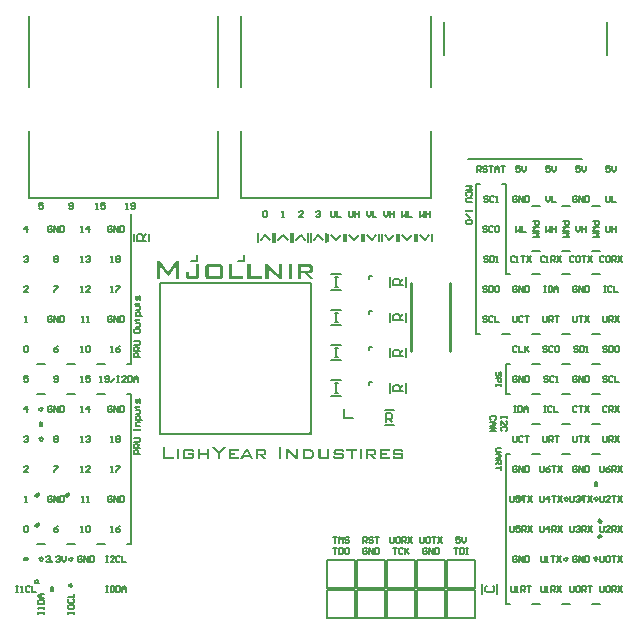
<source format=gto>
G04*
G04 #@! TF.GenerationSoftware,Altium Limited,Altium Designer,24.5.2 (23)*
G04*
G04 Layer_Color=16777215*
%FSLAX25Y25*%
%MOIN*%
G70*
G04*
G04 #@! TF.SameCoordinates,883B40CB-B18D-427C-8B65-5A5AB1BE87B9*
G04*
G04*
G04 #@! TF.FilePolarity,Positive*
G04*
G01*
G75*
%ADD10C,0.00787*%
%ADD11C,0.00591*%
%ADD12C,0.00984*%
G36*
X-46472Y10807D02*
X-47581D01*
Y14776D01*
Y14781D01*
Y14792D01*
Y14820D01*
Y14858D01*
X-47575Y14907D01*
Y14973D01*
X-47570Y15060D01*
X-47568Y15102D01*
X-47570Y15098D01*
X-47625Y15011D01*
X-47652Y14973D01*
X-47674Y14934D01*
X-49891Y11702D01*
X-50256D01*
X-52549Y14831D01*
Y14836D01*
X-52560Y14841D01*
X-52577Y14863D01*
X-52604Y14902D01*
Y14907D01*
X-52615Y14918D01*
X-52626Y14934D01*
X-52642Y14956D01*
X-52659Y14989D01*
X-52675Y15022D01*
X-52697Y15068D01*
Y15054D01*
X-52691Y14967D01*
Y14874D01*
Y14776D01*
Y10807D01*
X-53734D01*
Y16752D01*
X-52784D01*
X-50065Y13029D01*
X-47532Y16752D01*
X-46472D01*
Y10807D01*
D02*
G37*
G36*
X-12025D02*
X-12795D01*
X-16339Y13941D01*
X-16350Y13951D01*
X-16372Y13973D01*
X-16410Y14006D01*
X-16453Y14055D01*
X-16508Y14104D01*
X-16563Y14164D01*
X-16656Y14262D01*
X-16655Y14257D01*
Y14246D01*
X-16650Y14219D01*
Y14175D01*
X-16645Y14121D01*
X-16639Y14055D01*
Y13984D01*
X-16634Y13837D01*
Y10807D01*
X-17682D01*
Y15726D01*
X-16852D01*
X-13379Y12630D01*
X-13374Y12625D01*
X-13352Y12608D01*
X-13319Y12576D01*
X-13276Y12537D01*
X-13232Y12494D01*
X-13177Y12445D01*
X-13074Y12330D01*
X-13068Y12324D01*
X-13057Y12309D01*
X-13057Y12319D01*
Y12330D01*
Y12357D01*
X-13063Y12401D01*
Y12461D01*
X-13068Y12527D01*
Y12603D01*
X-13074Y12690D01*
Y12778D01*
Y15726D01*
X-12025D01*
Y10807D01*
D02*
G37*
G36*
X-39686Y12030D02*
Y12024D01*
Y11997D01*
Y11964D01*
X-39691Y11915D01*
X-39697Y11860D01*
X-39702Y11795D01*
X-39708Y11724D01*
X-39718Y11647D01*
X-39751Y11489D01*
X-39800Y11331D01*
X-39833Y11254D01*
X-39871Y11189D01*
X-39915Y11123D01*
X-39964Y11069D01*
X-39970Y11063D01*
X-39975Y11058D01*
X-39992Y11047D01*
X-40019Y11030D01*
X-40051Y11009D01*
X-40090Y10987D01*
X-40133Y10965D01*
X-40188Y10938D01*
X-40254Y10916D01*
X-40325Y10888D01*
X-40406Y10867D01*
X-40499Y10850D01*
X-40598Y10828D01*
X-40707Y10818D01*
X-40827Y10812D01*
X-40958Y10807D01*
X-42984D01*
X-43033Y10812D01*
X-43087D01*
X-43158Y10823D01*
X-43229Y10828D01*
X-43311Y10839D01*
X-43475Y10872D01*
X-43639Y10916D01*
X-43721Y10949D01*
X-43792Y10981D01*
X-43857Y11025D01*
X-43912Y11069D01*
X-43917Y11074D01*
X-43923Y11080D01*
X-43934Y11096D01*
X-43955Y11123D01*
X-43972Y11151D01*
X-43994Y11189D01*
X-44021Y11238D01*
X-44043Y11287D01*
X-44070Y11353D01*
X-44092Y11423D01*
X-44119Y11500D01*
X-44136Y11587D01*
X-44152Y11686D01*
X-44168Y11789D01*
X-44174Y11904D01*
X-44179Y12030D01*
Y13029D01*
X-43066Y13236D01*
Y11740D01*
X-40805D01*
Y15726D01*
X-39686D01*
Y12030D01*
D02*
G37*
G36*
X-2858Y15721D02*
X-2809D01*
X-2754Y15715D01*
X-2700Y15704D01*
X-2634Y15693D01*
X-2498Y15666D01*
X-2361Y15622D01*
X-2230Y15557D01*
X-2170Y15518D01*
X-2115Y15475D01*
X-2110D01*
X-2104Y15464D01*
X-2088Y15448D01*
X-2072Y15431D01*
X-2055Y15404D01*
X-2028Y15371D01*
X-2006Y15333D01*
X-1979Y15289D01*
X-1957Y15235D01*
X-1930Y15180D01*
X-1908Y15114D01*
X-1892Y15049D01*
X-1870Y14973D01*
X-1859Y14891D01*
X-1853Y14798D01*
X-1848Y14705D01*
Y13657D01*
Y13651D01*
Y13635D01*
Y13608D01*
X-1853Y13569D01*
Y13526D01*
X-1864Y13476D01*
X-1881Y13362D01*
X-1913Y13236D01*
X-1963Y13111D01*
X-1990Y13045D01*
X-2028Y12991D01*
X-2066Y12936D01*
X-2115Y12887D01*
X-2121D01*
X-2126Y12876D01*
X-2143Y12865D01*
X-2165Y12849D01*
X-2197Y12832D01*
X-2230Y12810D01*
X-2274Y12788D01*
X-2317Y12767D01*
X-2378Y12745D01*
X-2438Y12723D01*
X-2503Y12701D01*
X-2580Y12685D01*
X-2661Y12668D01*
X-2754Y12657D01*
X-2847Y12652D01*
X-2951Y12647D01*
X-3459D01*
X-1384Y10807D01*
X-2732D01*
X-4605Y12647D01*
X-5719D01*
Y10807D01*
X-6838D01*
Y15726D01*
X-2896D01*
X-2858Y15721D01*
D02*
G37*
G36*
X-8826Y10807D02*
X-9940D01*
Y15715D01*
X-8826D01*
Y10807D01*
D02*
G37*
G36*
X-22618Y11740D02*
X-18965D01*
Y10807D01*
X-23737D01*
Y15726D01*
X-22618D01*
Y11740D01*
D02*
G37*
G36*
X-28673D02*
X-25020D01*
Y10807D01*
X-29792D01*
Y15726D01*
X-28673D01*
Y11740D01*
D02*
G37*
G36*
X-32943Y15721D02*
X-32883D01*
X-32817Y15710D01*
X-32741Y15704D01*
X-32664Y15693D01*
X-32500Y15661D01*
X-32337Y15611D01*
X-32260Y15579D01*
X-32184Y15546D01*
X-32118Y15502D01*
X-32064Y15453D01*
X-32058Y15448D01*
X-32053Y15442D01*
X-32036Y15426D01*
X-32020Y15398D01*
X-31998Y15371D01*
X-31976Y15333D01*
X-31949Y15289D01*
X-31922Y15235D01*
X-31900Y15175D01*
X-31872Y15104D01*
X-31851Y15022D01*
X-31829Y14940D01*
X-31812Y14841D01*
X-31796Y14738D01*
X-31791Y14623D01*
X-31785Y14498D01*
Y12030D01*
Y12024D01*
Y11997D01*
Y11964D01*
X-31791Y11915D01*
X-31796Y11860D01*
X-31802Y11795D01*
X-31807Y11724D01*
X-31818Y11647D01*
X-31851Y11489D01*
X-31900Y11331D01*
X-31933Y11254D01*
X-31971Y11189D01*
X-32014Y11123D01*
X-32064Y11069D01*
X-32069Y11063D01*
X-32074Y11058D01*
X-32091Y11047D01*
X-32118Y11030D01*
X-32151Y11009D01*
X-32189Y10987D01*
X-32233Y10965D01*
X-32287Y10938D01*
X-32353Y10916D01*
X-32424Y10888D01*
X-32506Y10867D01*
X-32599Y10850D01*
X-32697Y10828D01*
X-32806Y10818D01*
X-32926Y10812D01*
X-33057Y10807D01*
X-36519D01*
X-36568Y10812D01*
X-36623D01*
X-36694Y10823D01*
X-36765Y10828D01*
X-36847Y10839D01*
X-37010Y10872D01*
X-37174Y10916D01*
X-37256Y10943D01*
X-37327Y10981D01*
X-37393Y11020D01*
X-37447Y11063D01*
X-37453Y11069D01*
X-37458Y11074D01*
X-37469Y11090D01*
X-37491Y11118D01*
X-37507Y11145D01*
X-37529Y11183D01*
X-37556Y11227D01*
X-37578Y11282D01*
X-37606Y11342D01*
X-37627Y11413D01*
X-37655Y11495D01*
X-37671Y11582D01*
X-37687Y11680D01*
X-37704Y11784D01*
X-37709Y11904D01*
X-37715Y12030D01*
Y14498D01*
Y14503D01*
Y14530D01*
Y14563D01*
X-37709Y14612D01*
X-37704Y14667D01*
X-37698Y14732D01*
X-37693Y14803D01*
X-37682Y14880D01*
X-37649Y15038D01*
X-37600Y15196D01*
X-37567Y15273D01*
X-37529Y15338D01*
X-37491Y15404D01*
X-37442Y15459D01*
X-37436Y15464D01*
X-37431Y15469D01*
X-37409Y15486D01*
X-37387Y15502D01*
X-37354Y15518D01*
X-37316Y15546D01*
X-37267Y15568D01*
X-37212Y15595D01*
X-37147Y15617D01*
X-37076Y15644D01*
X-36994Y15666D01*
X-36907Y15682D01*
X-36803Y15704D01*
X-36694Y15715D01*
X-36579Y15721D01*
X-36448Y15726D01*
X-32992D01*
X-32943Y15721D01*
D02*
G37*
G36*
X-32763Y-47501D02*
Y-49226D01*
X-33549D01*
Y-47519D01*
X-35482Y-45262D01*
X-34583D01*
X-33130Y-46958D01*
X-31740Y-45262D01*
X-30848D01*
X-32763Y-47501D01*
D02*
G37*
G36*
X27508Y-45950D02*
X27545D01*
X27588Y-45954D01*
X27636Y-45961D01*
X27690Y-45968D01*
X27796Y-45990D01*
X27905Y-46019D01*
X27956Y-46041D01*
X28003Y-46063D01*
X28047Y-46092D01*
X28087Y-46121D01*
X28091Y-46125D01*
X28094Y-46128D01*
X28105Y-46139D01*
X28116Y-46154D01*
X28131Y-46172D01*
X28149Y-46198D01*
X28167Y-46227D01*
X28185Y-46259D01*
X28200Y-46296D01*
X28218Y-46340D01*
X28236Y-46387D01*
X28251Y-46442D01*
X28262Y-46500D01*
X28273Y-46562D01*
X28276Y-46631D01*
X28280Y-46707D01*
Y-46845D01*
X27588Y-46973D01*
Y-46562D01*
X25543D01*
Y-47224D01*
X27519D01*
X27552Y-47228D01*
X27592D01*
X27636Y-47235D01*
X27683Y-47239D01*
X27734Y-47246D01*
X27843Y-47268D01*
X27952Y-47300D01*
X28003Y-47319D01*
X28051Y-47344D01*
X28094Y-47370D01*
X28131Y-47402D01*
X28134Y-47406D01*
X28138Y-47410D01*
X28149Y-47421D01*
X28160Y-47435D01*
X28174Y-47457D01*
X28189Y-47482D01*
X28207Y-47512D01*
X28225Y-47548D01*
X28240Y-47588D01*
X28258Y-47635D01*
X28273Y-47686D01*
X28287Y-47745D01*
X28298Y-47810D01*
X28309Y-47879D01*
X28313Y-47956D01*
X28316Y-48039D01*
Y-48414D01*
Y-48418D01*
Y-48436D01*
Y-48458D01*
X28313Y-48491D01*
Y-48527D01*
X28305Y-48571D01*
X28302Y-48618D01*
X28295Y-48665D01*
X28273Y-48775D01*
X28240Y-48877D01*
X28218Y-48928D01*
X28196Y-48975D01*
X28167Y-49015D01*
X28134Y-49051D01*
X28131Y-49055D01*
X28127Y-49059D01*
X28116Y-49066D01*
X28098Y-49077D01*
X28076Y-49091D01*
X28051Y-49106D01*
X28021Y-49121D01*
X27985Y-49139D01*
X27941Y-49153D01*
X27894Y-49172D01*
X27839Y-49186D01*
X27781Y-49197D01*
X27712Y-49211D01*
X27639Y-49219D01*
X27563Y-49222D01*
X27476Y-49226D01*
X25525D01*
X25492Y-49222D01*
X25452D01*
X25408Y-49215D01*
X25361Y-49211D01*
X25306Y-49204D01*
X25197Y-49182D01*
X25088Y-49153D01*
X25037Y-49135D01*
X24989Y-49110D01*
X24946Y-49084D01*
X24909Y-49055D01*
X24906Y-49051D01*
X24902Y-49048D01*
X24891Y-49037D01*
X24880Y-49019D01*
X24866Y-49000D01*
X24851Y-48975D01*
X24836Y-48946D01*
X24818Y-48909D01*
X24800Y-48869D01*
X24785Y-48822D01*
X24771Y-48771D01*
X24756Y-48709D01*
X24746Y-48647D01*
X24735Y-48575D01*
X24731Y-48498D01*
X24727Y-48414D01*
Y-48269D01*
X25422Y-48138D01*
Y-48604D01*
X27632D01*
Y-47876D01*
X25645D01*
X25612Y-47872D01*
X25572D01*
X25528Y-47865D01*
X25481Y-47861D01*
X25426Y-47854D01*
X25317Y-47832D01*
X25208Y-47803D01*
X25157Y-47785D01*
X25109Y-47759D01*
X25066Y-47734D01*
X25029Y-47705D01*
X25026Y-47701D01*
X25022Y-47697D01*
X25015Y-47686D01*
X25000Y-47668D01*
X24989Y-47650D01*
X24975Y-47624D01*
X24957Y-47595D01*
X24942Y-47559D01*
X24924Y-47519D01*
X24909Y-47472D01*
X24891Y-47417D01*
X24880Y-47359D01*
X24869Y-47293D01*
X24858Y-47224D01*
X24855Y-47144D01*
X24851Y-47060D01*
Y-46765D01*
Y-46762D01*
Y-46744D01*
Y-46722D01*
X24855Y-46693D01*
X24858Y-46653D01*
X24862Y-46613D01*
X24866Y-46565D01*
X24873Y-46514D01*
X24895Y-46409D01*
X24927Y-46303D01*
X24946Y-46252D01*
X24971Y-46209D01*
X24997Y-46165D01*
X25029Y-46128D01*
X25033Y-46125D01*
X25037Y-46121D01*
X25051Y-46110D01*
X25066Y-46099D01*
X25088Y-46085D01*
X25113Y-46070D01*
X25142Y-46056D01*
X25179Y-46037D01*
X25222Y-46019D01*
X25270Y-46005D01*
X25324Y-45990D01*
X25383Y-45976D01*
X25452Y-45965D01*
X25525Y-45954D01*
X25601Y-45950D01*
X25688Y-45946D01*
X27476D01*
X27508Y-45950D01*
D02*
G37*
G36*
X7681D02*
X7718D01*
X7761Y-45954D01*
X7809Y-45961D01*
X7863Y-45968D01*
X7969Y-45990D01*
X8078Y-46019D01*
X8129Y-46041D01*
X8176Y-46063D01*
X8220Y-46092D01*
X8260Y-46121D01*
X8264Y-46125D01*
X8267Y-46128D01*
X8278Y-46139D01*
X8289Y-46154D01*
X8304Y-46172D01*
X8322Y-46198D01*
X8340Y-46227D01*
X8358Y-46259D01*
X8373Y-46296D01*
X8391Y-46340D01*
X8409Y-46387D01*
X8424Y-46442D01*
X8435Y-46500D01*
X8446Y-46562D01*
X8449Y-46631D01*
X8453Y-46707D01*
Y-46845D01*
X7761Y-46973D01*
Y-46562D01*
X5716D01*
Y-47224D01*
X7692D01*
X7725Y-47228D01*
X7765D01*
X7809Y-47235D01*
X7856Y-47239D01*
X7907Y-47246D01*
X8016Y-47268D01*
X8125Y-47300D01*
X8176Y-47319D01*
X8224Y-47344D01*
X8267Y-47370D01*
X8304Y-47402D01*
X8307Y-47406D01*
X8311Y-47410D01*
X8322Y-47421D01*
X8333Y-47435D01*
X8347Y-47457D01*
X8362Y-47482D01*
X8380Y-47512D01*
X8398Y-47548D01*
X8413Y-47588D01*
X8431Y-47635D01*
X8446Y-47686D01*
X8460Y-47745D01*
X8471Y-47810D01*
X8482Y-47879D01*
X8486Y-47956D01*
X8489Y-48039D01*
Y-48414D01*
Y-48418D01*
Y-48436D01*
Y-48458D01*
X8486Y-48491D01*
Y-48527D01*
X8478Y-48571D01*
X8475Y-48618D01*
X8467Y-48665D01*
X8446Y-48775D01*
X8413Y-48877D01*
X8391Y-48928D01*
X8369Y-48975D01*
X8340Y-49015D01*
X8307Y-49051D01*
X8304Y-49055D01*
X8300Y-49059D01*
X8289Y-49066D01*
X8271Y-49077D01*
X8249Y-49091D01*
X8224Y-49106D01*
X8194Y-49121D01*
X8158Y-49139D01*
X8114Y-49153D01*
X8067Y-49172D01*
X8012Y-49186D01*
X7954Y-49197D01*
X7885Y-49211D01*
X7812Y-49219D01*
X7736Y-49222D01*
X7648Y-49226D01*
X5697D01*
X5665Y-49222D01*
X5625D01*
X5581Y-49215D01*
X5534Y-49211D01*
X5479Y-49204D01*
X5370Y-49182D01*
X5261Y-49153D01*
X5210Y-49135D01*
X5162Y-49110D01*
X5119Y-49084D01*
X5082Y-49055D01*
X5079Y-49051D01*
X5075Y-49048D01*
X5064Y-49037D01*
X5053Y-49019D01*
X5038Y-49000D01*
X5024Y-48975D01*
X5009Y-48946D01*
X4991Y-48909D01*
X4973Y-48869D01*
X4958Y-48822D01*
X4944Y-48771D01*
X4929Y-48709D01*
X4918Y-48647D01*
X4907Y-48575D01*
X4904Y-48498D01*
X4900Y-48414D01*
Y-48269D01*
X5596Y-48138D01*
Y-48604D01*
X7805D01*
Y-47876D01*
X5818D01*
X5785Y-47872D01*
X5745D01*
X5701Y-47865D01*
X5654Y-47861D01*
X5599Y-47854D01*
X5490Y-47832D01*
X5381Y-47803D01*
X5330Y-47785D01*
X5282Y-47759D01*
X5239Y-47734D01*
X5202Y-47705D01*
X5199Y-47701D01*
X5195Y-47697D01*
X5188Y-47686D01*
X5173Y-47668D01*
X5162Y-47650D01*
X5148Y-47624D01*
X5130Y-47595D01*
X5115Y-47559D01*
X5097Y-47519D01*
X5082Y-47472D01*
X5064Y-47417D01*
X5053Y-47359D01*
X5042Y-47293D01*
X5031Y-47224D01*
X5028Y-47144D01*
X5024Y-47060D01*
Y-46765D01*
Y-46762D01*
Y-46744D01*
Y-46722D01*
X5028Y-46693D01*
X5031Y-46653D01*
X5035Y-46613D01*
X5038Y-46565D01*
X5046Y-46514D01*
X5068Y-46409D01*
X5100Y-46303D01*
X5119Y-46252D01*
X5144Y-46209D01*
X5170Y-46165D01*
X5202Y-46128D01*
X5206Y-46125D01*
X5210Y-46121D01*
X5224Y-46110D01*
X5239Y-46099D01*
X5261Y-46085D01*
X5286Y-46070D01*
X5315Y-46056D01*
X5352Y-46037D01*
X5395Y-46019D01*
X5443Y-46005D01*
X5497Y-45990D01*
X5555Y-45976D01*
X5625Y-45965D01*
X5697Y-45954D01*
X5774Y-45950D01*
X5861Y-45946D01*
X7648D01*
X7681Y-45950D01*
D02*
G37*
G36*
X-42263D02*
X-42227D01*
X-42183Y-45957D01*
X-42136Y-45961D01*
X-42081Y-45968D01*
X-41976Y-45990D01*
X-41866Y-46023D01*
X-41816Y-46041D01*
X-41768Y-46067D01*
X-41725Y-46092D01*
X-41684Y-46125D01*
X-41681Y-46128D01*
X-41677Y-46132D01*
X-41666Y-46143D01*
X-41655Y-46158D01*
X-41641Y-46179D01*
X-41623Y-46201D01*
X-41604Y-46230D01*
X-41586Y-46267D01*
X-41572Y-46303D01*
X-41554Y-46347D01*
X-41535Y-46398D01*
X-41521Y-46449D01*
X-41510Y-46511D01*
X-41499Y-46573D01*
X-41495Y-46642D01*
X-41492Y-46718D01*
Y-46875D01*
X-42238Y-46984D01*
Y-46562D01*
X-44556D01*
Y-48604D01*
X-42238D01*
Y-47901D01*
X-43512D01*
Y-47326D01*
X-41492D01*
Y-48411D01*
Y-48414D01*
Y-48432D01*
Y-48454D01*
X-41495Y-48487D01*
X-41499Y-48524D01*
X-41502Y-48567D01*
X-41506Y-48615D01*
X-41513Y-48665D01*
X-41535Y-48771D01*
X-41568Y-48877D01*
X-41590Y-48928D01*
X-41615Y-48971D01*
X-41644Y-49015D01*
X-41677Y-49051D01*
X-41681Y-49055D01*
X-41684Y-49059D01*
X-41695Y-49066D01*
X-41714Y-49077D01*
X-41736Y-49091D01*
X-41761Y-49106D01*
X-41790Y-49121D01*
X-41827Y-49139D01*
X-41870Y-49153D01*
X-41917Y-49172D01*
X-41972Y-49186D01*
X-42034Y-49197D01*
X-42099Y-49211D01*
X-42172Y-49219D01*
X-42252Y-49222D01*
X-42340Y-49226D01*
X-44502D01*
X-44535Y-49222D01*
X-44575D01*
X-44618Y-49215D01*
X-44669Y-49211D01*
X-44720Y-49204D01*
X-44829Y-49182D01*
X-44939Y-49153D01*
X-44993Y-49135D01*
X-45041Y-49110D01*
X-45084Y-49084D01*
X-45121Y-49055D01*
X-45124Y-49051D01*
X-45128Y-49048D01*
X-45139Y-49037D01*
X-45150Y-49019D01*
X-45164Y-49000D01*
X-45179Y-48975D01*
X-45193Y-48946D01*
X-45212Y-48909D01*
X-45230Y-48869D01*
X-45244Y-48822D01*
X-45259Y-48767D01*
X-45274Y-48709D01*
X-45285Y-48644D01*
X-45295Y-48575D01*
X-45299Y-48494D01*
X-45303Y-48411D01*
Y-46762D01*
Y-46758D01*
Y-46740D01*
Y-46718D01*
X-45299Y-46689D01*
X-45295Y-46649D01*
X-45292Y-46609D01*
X-45288Y-46562D01*
X-45281Y-46511D01*
X-45259Y-46405D01*
X-45226Y-46299D01*
X-45204Y-46249D01*
X-45179Y-46205D01*
X-45153Y-46161D01*
X-45121Y-46125D01*
X-45117Y-46121D01*
X-45113Y-46117D01*
X-45099Y-46107D01*
X-45084Y-46096D01*
X-45062Y-46085D01*
X-45037Y-46067D01*
X-45004Y-46052D01*
X-44968Y-46034D01*
X-44924Y-46019D01*
X-44877Y-46001D01*
X-44822Y-45987D01*
X-44764Y-45976D01*
X-44695Y-45961D01*
X-44622Y-45954D01*
X-44546Y-45950D01*
X-44458Y-45946D01*
X-42296D01*
X-42263Y-45950D01*
D02*
G37*
G36*
X-36399Y-49226D02*
X-37145D01*
Y-47832D01*
X-39486D01*
Y-49226D01*
X-40232D01*
Y-45954D01*
X-39486D01*
Y-47210D01*
X-37145D01*
Y-45954D01*
X-36399D01*
Y-49226D01*
D02*
G37*
G36*
X-6937D02*
X-7450D01*
X-9813Y-47137D01*
X-9820Y-47129D01*
X-9834Y-47115D01*
X-9860Y-47093D01*
X-9889Y-47060D01*
X-9926Y-47028D01*
X-9962Y-46988D01*
X-10024Y-46922D01*
X-10024Y-46926D01*
Y-46933D01*
X-10020Y-46951D01*
Y-46980D01*
X-10017Y-47017D01*
X-10013Y-47060D01*
Y-47108D01*
X-10009Y-47206D01*
Y-49226D01*
X-10708D01*
Y-45946D01*
X-10155D01*
X-7840Y-48010D01*
X-7836Y-48014D01*
X-7822Y-48025D01*
X-7800Y-48047D01*
X-7771Y-48072D01*
X-7741Y-48101D01*
X-7705Y-48134D01*
X-7636Y-48210D01*
X-7632Y-48214D01*
X-7625Y-48224D01*
X-7625Y-48218D01*
Y-48210D01*
Y-48192D01*
X-7629Y-48163D01*
Y-48123D01*
X-7632Y-48079D01*
Y-48028D01*
X-7636Y-47970D01*
Y-47912D01*
Y-45946D01*
X-6937D01*
Y-49226D01*
D02*
G37*
G36*
X3601Y-48411D02*
Y-48414D01*
Y-48432D01*
Y-48454D01*
X3597Y-48487D01*
X3593Y-48524D01*
X3590Y-48567D01*
X3586Y-48615D01*
X3579Y-48665D01*
X3557Y-48771D01*
X3524Y-48877D01*
X3503Y-48928D01*
X3477Y-48975D01*
X3448Y-49015D01*
X3415Y-49051D01*
X3412Y-49055D01*
X3408Y-49059D01*
X3397Y-49066D01*
X3379Y-49077D01*
X3357Y-49091D01*
X3331Y-49106D01*
X3302Y-49121D01*
X3266Y-49139D01*
X3222Y-49153D01*
X3175Y-49172D01*
X3120Y-49186D01*
X3058Y-49197D01*
X2993Y-49211D01*
X2920Y-49219D01*
X2840Y-49222D01*
X2753Y-49226D01*
X769D01*
X736Y-49222D01*
X696D01*
X652Y-49215D01*
X601Y-49211D01*
X550Y-49204D01*
X441Y-49182D01*
X332Y-49153D01*
X277Y-49131D01*
X230Y-49110D01*
X186Y-49081D01*
X150Y-49051D01*
X146Y-49048D01*
X143Y-49044D01*
X132Y-49033D01*
X121Y-49015D01*
X106Y-48997D01*
X92Y-48971D01*
X77Y-48942D01*
X59Y-48906D01*
X41Y-48866D01*
X26Y-48818D01*
X12Y-48767D01*
X-3Y-48706D01*
X-14Y-48644D01*
X-25Y-48571D01*
X-28Y-48494D01*
X-32Y-48411D01*
Y-45946D01*
X714D01*
Y-48604D01*
X2847D01*
Y-45946D01*
X3601D01*
Y-48411D01*
D02*
G37*
G36*
X23752Y-46562D02*
X21189D01*
Y-47217D01*
X22733D01*
Y-47832D01*
X21189D01*
Y-48618D01*
X23781D01*
Y-49226D01*
X20443D01*
Y-45946D01*
X23752D01*
Y-46562D01*
D02*
G37*
G36*
X18474Y-45950D02*
X18507D01*
X18543Y-45954D01*
X18579Y-45961D01*
X18623Y-45968D01*
X18714Y-45987D01*
X18805Y-46016D01*
X18892Y-46059D01*
X18932Y-46085D01*
X18969Y-46114D01*
X18972D01*
X18976Y-46121D01*
X18987Y-46132D01*
X18998Y-46143D01*
X19009Y-46161D01*
X19027Y-46183D01*
X19042Y-46209D01*
X19060Y-46238D01*
X19074Y-46274D01*
X19093Y-46310D01*
X19107Y-46354D01*
X19118Y-46398D01*
X19133Y-46449D01*
X19140Y-46503D01*
X19143Y-46565D01*
X19147Y-46627D01*
Y-47326D01*
Y-47330D01*
Y-47341D01*
Y-47359D01*
X19143Y-47384D01*
Y-47413D01*
X19136Y-47446D01*
X19125Y-47523D01*
X19104Y-47606D01*
X19071Y-47690D01*
X19052Y-47734D01*
X19027Y-47770D01*
X19002Y-47807D01*
X18969Y-47839D01*
X18965D01*
X18961Y-47846D01*
X18951Y-47854D01*
X18936Y-47865D01*
X18914Y-47876D01*
X18892Y-47890D01*
X18863Y-47905D01*
X18834Y-47919D01*
X18794Y-47934D01*
X18754Y-47948D01*
X18710Y-47963D01*
X18659Y-47974D01*
X18605Y-47985D01*
X18543Y-47992D01*
X18481Y-47996D01*
X18412Y-47999D01*
X18073D01*
X19457Y-49226D01*
X18557D01*
X17309Y-47999D01*
X16566D01*
Y-49226D01*
X15820D01*
Y-45946D01*
X18448D01*
X18474Y-45950D01*
D02*
G37*
G36*
X14495Y-49226D02*
X13753D01*
Y-45954D01*
X14495D01*
Y-49226D01*
D02*
G37*
G36*
X12952Y-46562D02*
X11467D01*
Y-49226D01*
X10724D01*
Y-46562D01*
X9246D01*
Y-45946D01*
X12952D01*
Y-46562D01*
D02*
G37*
G36*
X-3297Y-45950D02*
X-3199D01*
X-3144Y-45954D01*
X-3086Y-45957D01*
X-3024Y-45961D01*
X-2897Y-45976D01*
X-2766Y-45990D01*
X-2642Y-46012D01*
X-2638D01*
X-2627Y-46016D01*
X-2609Y-46019D01*
X-2587Y-46023D01*
X-2562Y-46030D01*
X-2529Y-46041D01*
X-2493Y-46052D01*
X-2453Y-46063D01*
X-2362Y-46096D01*
X-2267Y-46136D01*
X-2172Y-46183D01*
X-2078Y-46241D01*
X-2074Y-46245D01*
X-2063Y-46249D01*
X-2049Y-46259D01*
X-2027Y-46274D01*
X-2001Y-46292D01*
X-1972Y-46314D01*
X-1939Y-46343D01*
X-1903Y-46372D01*
X-1863Y-46409D01*
X-1826Y-46449D01*
X-1783Y-46492D01*
X-1743Y-46540D01*
X-1703Y-46594D01*
X-1663Y-46653D01*
X-1623Y-46714D01*
X-1586Y-46780D01*
X-1583Y-46784D01*
X-1579Y-46798D01*
X-1568Y-46816D01*
X-1557Y-46845D01*
X-1543Y-46878D01*
X-1524Y-46918D01*
X-1506Y-46966D01*
X-1488Y-47017D01*
X-1473Y-47075D01*
X-1455Y-47137D01*
X-1437Y-47202D01*
X-1422Y-47271D01*
X-1401Y-47421D01*
X-1397Y-47501D01*
X-1393Y-47581D01*
Y-47584D01*
Y-47592D01*
Y-47603D01*
Y-47617D01*
Y-47635D01*
X-1397Y-47661D01*
X-1401Y-47715D01*
X-1408Y-47785D01*
X-1419Y-47861D01*
X-1437Y-47948D01*
X-1455Y-48043D01*
X-1484Y-48141D01*
X-1517Y-48243D01*
X-1557Y-48345D01*
X-1608Y-48447D01*
X-1666Y-48549D01*
X-1732Y-48644D01*
X-1812Y-48735D01*
X-1899Y-48815D01*
X-1907Y-48818D01*
X-1921Y-48833D01*
X-1954Y-48851D01*
X-1994Y-48880D01*
X-2049Y-48909D01*
X-2114Y-48946D01*
X-2190Y-48982D01*
X-2278Y-49019D01*
X-2380Y-49059D01*
X-2489Y-49095D01*
X-2613Y-49131D01*
X-2751Y-49161D01*
X-2897Y-49190D01*
X-3057Y-49208D01*
X-3228Y-49222D01*
X-3410Y-49226D01*
X-5288D01*
Y-45946D01*
X-3334D01*
X-3297Y-45950D01*
D02*
G37*
G36*
X-12324Y-49226D02*
X-13114D01*
Y-45262D01*
X-12324D01*
Y-49226D01*
D02*
G37*
G36*
X-18174Y-45950D02*
X-18141D01*
X-18105Y-45954D01*
X-18068Y-45961D01*
X-18024Y-45968D01*
X-17933Y-45987D01*
X-17842Y-46016D01*
X-17755Y-46059D01*
X-17715Y-46085D01*
X-17679Y-46114D01*
X-17675D01*
X-17671Y-46121D01*
X-17661Y-46132D01*
X-17650Y-46143D01*
X-17639Y-46161D01*
X-17620Y-46183D01*
X-17606Y-46209D01*
X-17588Y-46238D01*
X-17573Y-46274D01*
X-17555Y-46310D01*
X-17540Y-46354D01*
X-17529Y-46398D01*
X-17515Y-46449D01*
X-17508Y-46503D01*
X-17504Y-46565D01*
X-17500Y-46627D01*
Y-47326D01*
Y-47330D01*
Y-47341D01*
Y-47359D01*
X-17504Y-47384D01*
Y-47413D01*
X-17511Y-47446D01*
X-17522Y-47523D01*
X-17544Y-47606D01*
X-17577Y-47690D01*
X-17595Y-47734D01*
X-17620Y-47770D01*
X-17646Y-47807D01*
X-17679Y-47839D01*
X-17682D01*
X-17686Y-47846D01*
X-17697Y-47854D01*
X-17711Y-47865D01*
X-17733Y-47876D01*
X-17755Y-47890D01*
X-17784Y-47905D01*
X-17813Y-47919D01*
X-17853Y-47934D01*
X-17894Y-47948D01*
X-17937Y-47963D01*
X-17988Y-47974D01*
X-18043Y-47985D01*
X-18105Y-47992D01*
X-18167Y-47996D01*
X-18236Y-47999D01*
X-18574D01*
X-17191Y-49226D01*
X-18090D01*
X-19339Y-47999D01*
X-20081D01*
Y-49226D01*
X-20827D01*
Y-45946D01*
X-18199D01*
X-18174Y-45950D01*
D02*
G37*
G36*
X-21708Y-49226D02*
X-22473D01*
X-22884Y-48494D01*
X-24955D01*
X-25355Y-49226D01*
X-26069D01*
X-24227Y-45946D01*
X-23597D01*
X-21708Y-49226D01*
D02*
G37*
G36*
X-26629Y-46562D02*
X-29192D01*
Y-47217D01*
X-27649D01*
Y-47832D01*
X-29192D01*
Y-48618D01*
X-26600D01*
Y-49226D01*
X-29938D01*
Y-45946D01*
X-26629D01*
Y-46562D01*
D02*
G37*
G36*
X-46551Y-49226D02*
X-47294D01*
Y-45954D01*
X-46551D01*
Y-49226D01*
D02*
G37*
G36*
X-51148Y-48545D02*
X-48262D01*
Y-49226D01*
X-51938D01*
Y-45262D01*
X-51148D01*
Y-48545D01*
D02*
G37*
%LPC*%
G36*
X-3339Y14814D02*
X-5719D01*
Y13526D01*
X-3300D01*
X-3257Y13531D01*
X-3207Y13537D01*
X-3153Y13542D01*
X-3104Y13553D01*
X-3055Y13569D01*
X-3022Y13591D01*
X-3016Y13597D01*
X-3011Y13608D01*
X-3000Y13624D01*
X-2984Y13651D01*
X-2973Y13695D01*
X-2962Y13744D01*
X-2956Y13810D01*
X-2951Y13892D01*
Y14448D01*
Y14459D01*
Y14481D01*
X-2956Y14519D01*
X-2962Y14563D01*
X-2984Y14661D01*
X-3000Y14705D01*
X-3027Y14738D01*
X-3033Y14743D01*
X-3044Y14749D01*
X-3066Y14760D01*
X-3093Y14776D01*
X-3136Y14792D01*
X-3191Y14803D01*
X-3257Y14809D01*
X-3339Y14814D01*
D02*
G37*
G36*
X-32904Y14803D02*
X-36595D01*
Y11740D01*
X-32904D01*
Y14803D01*
D02*
G37*
G36*
X18154Y-46554D02*
X16566D01*
Y-47413D01*
X18179D01*
X18208Y-47410D01*
X18241Y-47406D01*
X18277Y-47402D01*
X18310Y-47395D01*
X18343Y-47384D01*
X18365Y-47370D01*
X18368Y-47366D01*
X18372Y-47359D01*
X18379Y-47348D01*
X18390Y-47330D01*
X18397Y-47300D01*
X18405Y-47268D01*
X18408Y-47224D01*
X18412Y-47170D01*
Y-46798D01*
Y-46791D01*
Y-46776D01*
X18408Y-46751D01*
X18405Y-46722D01*
X18390Y-46656D01*
X18379Y-46627D01*
X18361Y-46605D01*
X18357Y-46602D01*
X18350Y-46598D01*
X18336Y-46591D01*
X18317Y-46580D01*
X18288Y-46569D01*
X18252Y-46562D01*
X18208Y-46558D01*
X18154Y-46554D01*
D02*
G37*
G36*
X-3475Y-46562D02*
X-4542D01*
Y-48604D01*
X-3406D01*
X-3355Y-48600D01*
X-3293Y-48596D01*
X-3224Y-48593D01*
X-3151Y-48585D01*
X-3068Y-48575D01*
X-2897Y-48545D01*
X-2809Y-48527D01*
X-2726Y-48505D01*
X-2646Y-48476D01*
X-2569Y-48443D01*
X-2500Y-48407D01*
X-2438Y-48367D01*
X-2434Y-48363D01*
X-2424Y-48356D01*
X-2409Y-48342D01*
X-2391Y-48320D01*
X-2369Y-48294D01*
X-2343Y-48261D01*
X-2318Y-48225D01*
X-2289Y-48178D01*
X-2260Y-48127D01*
X-2234Y-48068D01*
X-2209Y-48003D01*
X-2187Y-47934D01*
X-2169Y-47854D01*
X-2151Y-47766D01*
X-2143Y-47675D01*
X-2139Y-47574D01*
Y-47566D01*
Y-47548D01*
X-2143Y-47523D01*
Y-47486D01*
X-2151Y-47442D01*
X-2154Y-47392D01*
X-2165Y-47333D01*
X-2176Y-47275D01*
X-2194Y-47213D01*
X-2212Y-47148D01*
X-2238Y-47082D01*
X-2267Y-47020D01*
X-2300Y-46958D01*
X-2343Y-46900D01*
X-2387Y-46845D01*
X-2442Y-46798D01*
X-2445Y-46795D01*
X-2456Y-46787D01*
X-2474Y-46776D01*
X-2500Y-46762D01*
X-2533Y-46744D01*
X-2576Y-46722D01*
X-2627Y-46704D01*
X-2685Y-46678D01*
X-2751Y-46656D01*
X-2827Y-46638D01*
X-2911Y-46616D01*
X-3006Y-46598D01*
X-3108Y-46583D01*
X-3221Y-46573D01*
X-3344Y-46565D01*
X-3475Y-46562D01*
D02*
G37*
G36*
X-18494Y-46554D02*
X-20081D01*
Y-47413D01*
X-18469D01*
X-18440Y-47410D01*
X-18407Y-47406D01*
X-18370Y-47402D01*
X-18338Y-47395D01*
X-18305Y-47384D01*
X-18283Y-47370D01*
X-18279Y-47366D01*
X-18276Y-47359D01*
X-18268Y-47348D01*
X-18258Y-47330D01*
X-18250Y-47300D01*
X-18243Y-47268D01*
X-18239Y-47224D01*
X-18236Y-47170D01*
Y-46798D01*
Y-46791D01*
Y-46776D01*
X-18239Y-46751D01*
X-18243Y-46722D01*
X-18258Y-46656D01*
X-18268Y-46627D01*
X-18287Y-46605D01*
X-18290Y-46602D01*
X-18297Y-46598D01*
X-18312Y-46591D01*
X-18330Y-46580D01*
X-18359Y-46569D01*
X-18396Y-46562D01*
X-18440Y-46558D01*
X-18494Y-46554D01*
D02*
G37*
G36*
X-23925D02*
X-24675Y-47894D01*
X-23164D01*
X-23925Y-46554D01*
D02*
G37*
%LPD*%
D10*
X37480Y74803D02*
Y98425D01*
X-25669Y74803D02*
Y98425D01*
X37480Y37795D02*
Y60039D01*
X-25669Y37795D02*
Y60039D01*
Y37795D02*
X37480D01*
X62500Y-47500D02*
X63750D01*
X62500Y-97500D02*
Y-47500D01*
X91250Y-17500D02*
X93750D01*
X81250D02*
X83750D01*
X71250D02*
X73750D01*
X91250Y-27500D02*
X93750D01*
X81250D02*
X83750D01*
X71250D02*
X73750D01*
X91250Y-37500D02*
X93750D01*
X81250D02*
X83750D01*
X71250D02*
X73750D01*
X91250Y-47500D02*
X93750D01*
X81250D02*
X83750D01*
X71250D02*
X73750D01*
X91250Y-97500D02*
X93750D01*
X81250D02*
X83750D01*
X71250D02*
X73750D01*
X62500Y-27500D02*
Y-17500D01*
Y-27500D02*
X63750D01*
X91250Y20000D02*
X93750D01*
X81250D02*
X83750D01*
X71250D02*
X73750D01*
X91250Y35000D02*
X93750D01*
X81250D02*
X83750D01*
X71250D02*
X73750D01*
X-93750Y-17500D02*
X-91250D01*
X-83750D02*
X-81250D01*
X-73750D02*
X-71250D01*
X-93750Y-27500D02*
X-91250D01*
X-83750D02*
X-81250D01*
X-73750D02*
X-71250D01*
X-93750Y-77500D02*
X-91250D01*
X-83750D02*
X-81250D01*
X-73750D02*
X-71250D01*
X91250Y-7500D02*
X93750D01*
X81250D02*
X83750D01*
X71250D02*
X73750D01*
X61250D02*
X63750D01*
X91250Y12500D02*
X93750D01*
X81250D02*
X83750D01*
X71250D02*
X73750D01*
X62500D02*
X63750D01*
X62500D02*
Y42500D01*
X61250D02*
X62500D01*
Y-17500D02*
X63750D01*
X62500Y-97500D02*
X63750D01*
X52500Y42500D02*
X53750D01*
X52500Y-7461D02*
Y42500D01*
Y-7461D02*
X52539Y-7500D01*
X53750D01*
X-63750Y-27500D02*
X-62500D01*
Y-77500D02*
Y-27500D01*
X-63750Y-77500D02*
X-62500D01*
Y-17500D02*
Y32500D01*
X-63750Y-17500D02*
X-62500D01*
X50000Y50787D02*
X87795D01*
X41732Y85433D02*
Y96457D01*
X96063Y85433D02*
Y96457D01*
X22106Y-92106D02*
Y-82894D01*
X12894Y-92106D02*
Y-82894D01*
Y-92106D02*
X22106D01*
X12894Y-82894D02*
X22106D01*
X32106Y-102106D02*
Y-92894D01*
X22894Y-102106D02*
Y-92894D01*
Y-102106D02*
X32106D01*
X22894Y-92894D02*
X32106D01*
X52106Y-102106D02*
Y-92894D01*
X42894Y-102106D02*
Y-92894D01*
Y-102106D02*
X52106D01*
X42894Y-92894D02*
X52106D01*
X12106Y-102106D02*
Y-92894D01*
X2894Y-102106D02*
Y-92894D01*
Y-102106D02*
X12106D01*
X2894Y-92894D02*
X12106D01*
Y-92106D02*
Y-82894D01*
X2894Y-92106D02*
Y-82894D01*
Y-92106D02*
X12106D01*
X2894Y-82894D02*
X12106D01*
X22106Y-102106D02*
Y-92894D01*
X12894Y-102106D02*
Y-92894D01*
Y-102106D02*
X22106D01*
X12894Y-92894D02*
X22106D01*
X42894Y-92106D02*
Y-82894D01*
X52106Y-92106D02*
Y-82894D01*
X42894D02*
X52106D01*
X42894Y-92106D02*
X52106D01*
X32894Y-102106D02*
Y-92894D01*
X42106Y-102106D02*
Y-92894D01*
X32894D02*
X42106D01*
X32894Y-102106D02*
X42106D01*
X32894Y-92106D02*
Y-82894D01*
X42106Y-92106D02*
Y-82894D01*
X32894D02*
X42106D01*
X32894Y-92106D02*
X42106D01*
X22894D02*
Y-82894D01*
X32106Y-92106D02*
Y-82894D01*
X22894D02*
X32106D01*
X22894Y-92106D02*
X32106D01*
X-96535Y37795D02*
X-33386D01*
X-96535D02*
Y60039D01*
X-33386Y37795D02*
Y60039D01*
X-96535Y74803D02*
Y98425D01*
X-33386Y74803D02*
Y98425D01*
X-24803Y16929D02*
Y18898D01*
X-26772Y16929D02*
X-24803D01*
X-40551D02*
Y18898D01*
X-42520Y16929D02*
X-40551D01*
X-2362Y-40945D02*
Y9449D01*
X-52756Y-40945D02*
X-2362D01*
X-52756D02*
Y9449D01*
X-2362D01*
X-3150Y-40945D02*
X-2362Y-40157D01*
D11*
X24016Y8268D02*
Y11417D01*
X29134Y8268D02*
Y11417D01*
X32874Y23327D02*
Y25886D01*
X37992Y23327D02*
Y25886D01*
X54527Y-94095D02*
Y-90945D01*
X59646Y-94095D02*
Y-90945D01*
X21063Y23327D02*
Y25886D01*
X26969Y23327D02*
Y25886D01*
X15157Y23327D02*
Y25886D01*
X3347Y23327D02*
Y25886D01*
X26181Y23327D02*
Y25886D01*
X-56496Y23327D02*
Y25886D01*
X20276Y23327D02*
Y25886D01*
X14370Y23327D02*
Y25886D01*
X8465Y23327D02*
Y25886D01*
X9252Y23327D02*
Y25886D01*
X-61614Y23327D02*
Y25886D01*
X32087Y23327D02*
Y25886D01*
X29134Y-27165D02*
Y-24016D01*
X24016Y-27165D02*
Y-24016D01*
X29134Y-15354D02*
Y-12205D01*
X24016Y-15354D02*
Y-12205D01*
X29134Y-3543D02*
Y-394D01*
X24016Y-3543D02*
Y-394D01*
X22047Y-37992D02*
X25197D01*
X22047Y-32874D02*
X25197D01*
X4331Y7283D02*
X7480D01*
X4331Y12402D02*
X7480D01*
X4331Y-28150D02*
X7480D01*
X4331Y-23031D02*
X7480D01*
X4331Y-16339D02*
X7480D01*
X4331Y-11220D02*
X7480D01*
X4331Y-4528D02*
X7480D01*
X4331Y591D02*
X7480D01*
X8465Y-35630D02*
X11614D01*
X8465D02*
Y-32480D01*
X-20276Y23031D02*
Y26181D01*
X-15157Y23031D02*
Y26181D01*
X-14370Y23031D02*
Y26181D01*
X-9252Y23031D02*
Y26181D01*
X-8465Y23031D02*
Y26181D01*
X-3347Y23031D02*
Y26181D01*
X-2559Y23031D02*
Y26181D01*
X2559Y23031D02*
Y26181D01*
X16732Y11811D02*
X17717D01*
X16732Y10827D02*
Y11811D01*
Y-23622D02*
X17717D01*
X16732Y-24606D02*
Y-23622D01*
Y-11811D02*
X17717D01*
X16732Y-12795D02*
Y-11811D01*
Y-0D02*
X17717D01*
X16732Y-984D02*
Y-0D01*
X62913Y-34942D02*
Y-35598D01*
Y-35270D01*
X60945D01*
Y-34942D01*
Y-35598D01*
Y-37894D02*
Y-36582D01*
X62257Y-37894D01*
X62585D01*
X62913Y-37566D01*
Y-36910D01*
X62585Y-36582D01*
Y-39861D02*
X62913Y-39533D01*
Y-38877D01*
X62585Y-38550D01*
X61273D01*
X60945Y-38877D01*
Y-39533D01*
X61273Y-39861D01*
X58806Y-36090D02*
X59134Y-35762D01*
Y-35106D01*
X58806Y-34778D01*
X57494D01*
X57166Y-35106D01*
Y-35762D01*
X57494Y-36090D01*
X57166Y-36746D02*
X58478D01*
X59134Y-37402D01*
X58478Y-38058D01*
X57166D01*
X58150D01*
Y-36746D01*
X57166Y-38713D02*
X59134D01*
X57166Y-40025D01*
X59134D01*
X47172Y-75266D02*
X45860D01*
Y-76250D01*
X46516Y-75922D01*
X46844D01*
X47172Y-76250D01*
Y-76906D01*
X46844Y-77234D01*
X46188D01*
X45860Y-76906D01*
X47828Y-75266D02*
Y-76578D01*
X48484Y-77234D01*
X49140Y-76578D01*
Y-75266D01*
X45204Y-79016D02*
X46516D01*
X45860D01*
Y-80984D01*
X47172Y-79016D02*
Y-80984D01*
X48156D01*
X48484Y-80656D01*
Y-79344D01*
X48156Y-79016D01*
X47172D01*
X49140D02*
X49796D01*
X49468D01*
Y-80984D01*
X49140D01*
X49796D01*
X36188Y-79344D02*
X35860Y-79016D01*
X35204D01*
X34876Y-79344D01*
Y-80656D01*
X35204Y-80984D01*
X35860D01*
X36188Y-80656D01*
Y-80000D01*
X35532D01*
X36844Y-80984D02*
Y-79016D01*
X38156Y-80984D01*
Y-79016D01*
X38812D02*
Y-80984D01*
X39796D01*
X40124Y-80656D01*
Y-79344D01*
X39796Y-79016D01*
X38812D01*
X33892Y-75266D02*
Y-76906D01*
X34220Y-77234D01*
X34876D01*
X35204Y-76906D01*
Y-75266D01*
X35860Y-75594D02*
X36188Y-75266D01*
X36844D01*
X37172Y-75594D01*
Y-76906D01*
X36844Y-77234D01*
X36188D01*
X35860Y-76906D01*
Y-75594D01*
X37828Y-75266D02*
X39140D01*
X38484D01*
Y-77234D01*
X39796Y-75266D02*
X41108Y-77234D01*
Y-75266D02*
X39796Y-77234D01*
X24876Y-79016D02*
X26188D01*
X25532D01*
Y-80984D01*
X28156Y-79344D02*
X27828Y-79016D01*
X27172D01*
X26844Y-79344D01*
Y-80656D01*
X27172Y-80984D01*
X27828D01*
X28156Y-80656D01*
X28812Y-79016D02*
Y-80984D01*
Y-80328D01*
X30124Y-79016D01*
X29140Y-80000D01*
X30124Y-80984D01*
X23892Y-75266D02*
Y-76906D01*
X24220Y-77234D01*
X24876D01*
X25204Y-76906D01*
Y-75266D01*
X25860Y-75594D02*
X26188Y-75266D01*
X26844D01*
X27172Y-75594D01*
Y-76906D01*
X26844Y-77234D01*
X26188D01*
X25860Y-76906D01*
Y-75594D01*
X27828Y-77234D02*
Y-75266D01*
X28812D01*
X29140Y-75594D01*
Y-76250D01*
X28812Y-76578D01*
X27828D01*
X28484D02*
X29140Y-77234D01*
X29796Y-75266D02*
X31108Y-77234D01*
Y-75266D02*
X29796Y-77234D01*
X16188Y-79344D02*
X15860Y-79016D01*
X15204D01*
X14876Y-79344D01*
Y-80656D01*
X15204Y-80984D01*
X15860D01*
X16188Y-80656D01*
Y-80000D01*
X15532D01*
X16844Y-80984D02*
Y-79016D01*
X18156Y-80984D01*
Y-79016D01*
X18812D02*
Y-80984D01*
X19796D01*
X20124Y-80656D01*
Y-79344D01*
X19796Y-79016D01*
X18812D01*
X14876Y-77234D02*
Y-75266D01*
X15860D01*
X16188Y-75594D01*
Y-76250D01*
X15860Y-76578D01*
X14876D01*
X15532D02*
X16188Y-77234D01*
X18156Y-75594D02*
X17828Y-75266D01*
X17172D01*
X16844Y-75594D01*
Y-75922D01*
X17172Y-76250D01*
X17828D01*
X18156Y-76578D01*
Y-76906D01*
X17828Y-77234D01*
X17172D01*
X16844Y-76906D01*
X18812Y-75266D02*
X20124D01*
X19468D01*
Y-77234D01*
X4876Y-75266D02*
X6188D01*
X5532D01*
Y-77234D01*
X6844D02*
Y-75266D01*
X7500Y-75922D01*
X8156Y-75266D01*
Y-77234D01*
X10124Y-75594D02*
X9796Y-75266D01*
X9140D01*
X8812Y-75594D01*
Y-75922D01*
X9140Y-76250D01*
X9796D01*
X10124Y-76578D01*
Y-76906D01*
X9796Y-77234D01*
X9140D01*
X8812Y-76906D01*
X4876Y-79016D02*
X6188D01*
X5532D01*
Y-80984D01*
X6844Y-79016D02*
Y-80984D01*
X7828D01*
X8156Y-80656D01*
Y-79344D01*
X7828Y-79016D01*
X6844D01*
X9796D02*
X9140D01*
X8812Y-79344D01*
Y-80656D01*
X9140Y-80984D01*
X9796D01*
X10124Y-80656D01*
Y-79344D01*
X9796Y-79016D01*
X-91844Y35984D02*
X-93156D01*
Y35000D01*
X-92500Y35328D01*
X-92172D01*
X-91844Y35000D01*
Y34344D01*
X-92172Y34016D01*
X-92828D01*
X-93156Y34344D01*
X-656Y33136D02*
X-328Y33464D01*
X328D01*
X656Y33136D01*
Y32808D01*
X328Y32480D01*
X0D01*
X328D01*
X656Y32152D01*
Y31824D01*
X328Y31496D01*
X-328D01*
X-656Y31824D01*
X-5249Y31496D02*
X-6561D01*
X-5249Y32808D01*
Y33136D01*
X-5578Y33464D01*
X-6233D01*
X-6561Y33136D01*
X-12139Y31496D02*
X-11483D01*
X-11811D01*
Y33464D01*
X-12139Y33136D01*
X-18372D02*
X-18045Y33464D01*
X-17389D01*
X-17061Y33136D01*
Y31824D01*
X-17389Y31496D01*
X-18045D01*
X-18372Y31824D01*
Y33136D01*
X33793Y33464D02*
Y31496D01*
X34449Y32152D01*
X35105Y31496D01*
Y33464D01*
X35761D02*
Y31496D01*
Y32480D01*
X37073D01*
Y33464D01*
Y31496D01*
X27888Y33464D02*
Y31496D01*
X28544Y32152D01*
X29200Y31496D01*
Y33464D01*
X29855D02*
Y31496D01*
X31168D01*
X21982Y33464D02*
Y32152D01*
X22638Y31496D01*
X23294Y32152D01*
Y33464D01*
X23950D02*
Y31496D01*
Y32480D01*
X25262D01*
Y33464D01*
Y31496D01*
X16077Y33464D02*
Y32152D01*
X16733Y31496D01*
X17389Y32152D01*
Y33464D01*
X18045D02*
Y31496D01*
X19356D01*
X10171Y33464D02*
Y31824D01*
X10499Y31496D01*
X11155D01*
X11483Y31824D01*
Y33464D01*
X12139D02*
Y31496D01*
Y32480D01*
X13451D01*
Y33464D01*
Y31496D01*
X4266Y33464D02*
Y31824D01*
X4594Y31496D01*
X5250D01*
X5578Y31824D01*
Y33464D01*
X6233D02*
Y31496D01*
X7545D01*
X28149Y8793D02*
X25001D01*
Y10367D01*
X25525Y10892D01*
X26575D01*
X27100Y10367D01*
Y8793D01*
Y9843D02*
X28149Y10892D01*
X33859Y25394D02*
X35433Y23819D01*
X37007Y25394D01*
X56037Y-91470D02*
X55512Y-91995D01*
Y-93044D01*
X56037Y-93569D01*
X58136D01*
X58661Y-93044D01*
Y-91995D01*
X58136Y-91470D01*
X60695Y-21654D02*
X61023Y-21326D01*
Y-20670D01*
X60695Y-20342D01*
X60367D01*
X60039Y-20670D01*
Y-21326D01*
X59711Y-21654D01*
X59383D01*
X59055Y-21326D01*
Y-20670D01*
X59383Y-20342D01*
X59055Y-22310D02*
X61023D01*
Y-23294D01*
X60695Y-23622D01*
X60039D01*
X59711Y-23294D01*
Y-22310D01*
X61023Y-24278D02*
Y-24934D01*
Y-24606D01*
X59055D01*
Y-24278D01*
Y-24934D01*
X91516Y30124D02*
X93484D01*
Y29140D01*
X93156Y28812D01*
X92500D01*
X92172Y29140D01*
Y30124D01*
X93484Y28156D02*
X91516D01*
X92172Y27500D01*
X91516Y26844D01*
X93484D01*
X91516Y26188D02*
X93484D01*
X92828Y25532D01*
X93484Y24876D01*
X91516D01*
X81516Y30124D02*
X83484D01*
Y29140D01*
X83156Y28812D01*
X82500D01*
X82172Y29140D01*
Y30124D01*
X83484Y28156D02*
X81516D01*
X82172Y27500D01*
X81516Y26844D01*
X83484D01*
X81516Y26188D02*
X83484D01*
X82828Y25532D01*
X83484Y24876D01*
X81516D01*
X71516Y30124D02*
X73484D01*
Y29140D01*
X73156Y28812D01*
X72500D01*
X72172Y29140D01*
Y30124D01*
X73484Y28156D02*
X71516D01*
X72172Y27500D01*
X71516Y26844D01*
X73484D01*
X71516Y26188D02*
X73484D01*
X72828Y25532D01*
X73484Y24876D01*
X71516D01*
X61023Y-45605D02*
X59383D01*
X59055Y-45933D01*
Y-46589D01*
X59383Y-46917D01*
X61023D01*
X59055Y-47573D02*
X60367D01*
X61023Y-48229D01*
X60367Y-48885D01*
X59055D01*
X60039D01*
Y-47573D01*
X59055Y-49541D02*
X61023D01*
Y-50524D01*
X60695Y-50853D01*
X60039D01*
X59711Y-50524D01*
Y-49541D01*
Y-50196D02*
X59055Y-50853D01*
X61023Y-51508D02*
Y-52820D01*
Y-52164D01*
X59055D01*
X49213Y41829D02*
X51181D01*
X50525Y41173D01*
X51181Y40517D01*
X49213D01*
X50853Y38549D02*
X51181Y38877D01*
Y39533D01*
X50853Y39861D01*
X49541D01*
X49213Y39533D01*
Y38877D01*
X49541Y38549D01*
X51181Y37893D02*
X49541D01*
X49213Y37565D01*
Y36909D01*
X49541Y36581D01*
X51181D01*
Y33957D02*
Y33301D01*
Y33629D01*
X49213D01*
Y33957D01*
Y33301D01*
Y32317D02*
X50525Y31005D01*
X51181Y29366D02*
Y30021D01*
X50853Y30349D01*
X49541D01*
X49213Y30021D01*
Y29366D01*
X49541Y29037D01*
X50853D01*
X51181Y29366D01*
X-86844Y-11516D02*
X-87500Y-11844D01*
X-88156Y-12500D01*
Y-13156D01*
X-87828Y-13484D01*
X-87172D01*
X-86844Y-13156D01*
Y-12828D01*
X-87172Y-12500D01*
X-88156D01*
X-78976Y-13484D02*
X-78320D01*
X-78648D01*
Y-11516D01*
X-78976Y-11844D01*
X-77336D02*
X-77008Y-11516D01*
X-76352D01*
X-76024Y-11844D01*
Y-13156D01*
X-76352Y-13484D01*
X-77008D01*
X-77336Y-13156D01*
Y-11844D01*
X-68976Y-13484D02*
X-68320D01*
X-68648D01*
Y-11516D01*
X-68976Y-11844D01*
X-66024Y-11516D02*
X-66680Y-11844D01*
X-67336Y-12500D01*
Y-13156D01*
X-67008Y-13484D01*
X-66352D01*
X-66024Y-13156D01*
Y-12828D01*
X-66352Y-12500D01*
X-67336D01*
X-98156Y-11844D02*
X-97828Y-11516D01*
X-97172D01*
X-96844Y-11844D01*
Y-13156D01*
X-97172Y-13484D01*
X-97828D01*
X-98156Y-13156D01*
Y-11844D01*
X-83484Y-100944D02*
Y-100288D01*
Y-100616D01*
X-81516D01*
Y-100944D01*
Y-100288D01*
X-83156Y-99304D02*
X-83484Y-98976D01*
Y-98320D01*
X-83156Y-97992D01*
X-81844D01*
X-81516Y-98320D01*
Y-98976D01*
X-81844Y-99304D01*
X-83156D01*
Y-96024D02*
X-83484Y-96352D01*
Y-97008D01*
X-83156Y-97336D01*
X-81844D01*
X-81516Y-97008D01*
Y-96352D01*
X-81844Y-96024D01*
X-83484Y-95368D02*
X-81516D01*
Y-94056D01*
X-68812Y28156D02*
X-69140Y28484D01*
X-69796D01*
X-70124Y28156D01*
Y26844D01*
X-69796Y26516D01*
X-69140D01*
X-68812Y26844D01*
Y27500D01*
X-69468D01*
X-68156Y26516D02*
Y28484D01*
X-66844Y26516D01*
Y28484D01*
X-66188D02*
Y26516D01*
X-65204D01*
X-64876Y26844D01*
Y28156D01*
X-65204Y28484D01*
X-66188D01*
X-88812Y28156D02*
X-89140Y28484D01*
X-89796D01*
X-90124Y28156D01*
Y26844D01*
X-89796Y26516D01*
X-89140D01*
X-88812Y26844D01*
Y27500D01*
X-89468D01*
X-88156Y26516D02*
Y28484D01*
X-86844Y26516D01*
Y28484D01*
X-86188D02*
Y26516D01*
X-85204D01*
X-84876Y26844D01*
Y28156D01*
X-85204Y28484D01*
X-86188D01*
X-68812Y-1844D02*
X-69140Y-1516D01*
X-69796D01*
X-70124Y-1844D01*
Y-3156D01*
X-69796Y-3484D01*
X-69140D01*
X-68812Y-3156D01*
Y-2500D01*
X-69468D01*
X-68156Y-3484D02*
Y-1516D01*
X-66844Y-3484D01*
Y-1516D01*
X-66188D02*
Y-3484D01*
X-65204D01*
X-64876Y-3156D01*
Y-1844D01*
X-65204Y-1516D01*
X-66188D01*
X-88812Y-1844D02*
X-89140Y-1516D01*
X-89796D01*
X-90124Y-1844D01*
Y-3156D01*
X-89796Y-3484D01*
X-89140D01*
X-88812Y-3156D01*
Y-2500D01*
X-89468D01*
X-88156Y-3484D02*
Y-1516D01*
X-86844Y-3484D01*
Y-1516D01*
X-86188D02*
Y-3484D01*
X-85204D01*
X-84876Y-3156D01*
Y-1844D01*
X-85204Y-1516D01*
X-86188D01*
X-88812Y-31844D02*
X-89140Y-31516D01*
X-89796D01*
X-90124Y-31844D01*
Y-33156D01*
X-89796Y-33484D01*
X-89140D01*
X-88812Y-33156D01*
Y-32500D01*
X-89468D01*
X-88156Y-33484D02*
Y-31516D01*
X-86844Y-33484D01*
Y-31516D01*
X-86188D02*
Y-33484D01*
X-85204D01*
X-84876Y-33156D01*
Y-31844D01*
X-85204Y-31516D01*
X-86188D01*
X-68812Y-31844D02*
X-69140Y-31516D01*
X-69796D01*
X-70124Y-31844D01*
Y-33156D01*
X-69796Y-33484D01*
X-69140D01*
X-68812Y-33156D01*
Y-32500D01*
X-69468D01*
X-68156Y-33484D02*
Y-31516D01*
X-66844Y-33484D01*
Y-31516D01*
X-66188D02*
Y-33484D01*
X-65204D01*
X-64876Y-33156D01*
Y-31844D01*
X-65204Y-31516D01*
X-66188D01*
X-88812Y-61844D02*
X-89140Y-61516D01*
X-89796D01*
X-90124Y-61844D01*
Y-63156D01*
X-89796Y-63484D01*
X-89140D01*
X-88812Y-63156D01*
Y-62500D01*
X-89468D01*
X-88156Y-63484D02*
Y-61516D01*
X-86844Y-63484D01*
Y-61516D01*
X-86188D02*
Y-63484D01*
X-85204D01*
X-84876Y-63156D01*
Y-61844D01*
X-85204Y-61516D01*
X-86188D01*
X-68812Y-61844D02*
X-69140Y-61516D01*
X-69796D01*
X-70124Y-61844D01*
Y-63156D01*
X-69796Y-63484D01*
X-69140D01*
X-68812Y-63156D01*
Y-62500D01*
X-69468D01*
X-68156Y-63484D02*
Y-61516D01*
X-66844Y-63484D01*
Y-61516D01*
X-66188D02*
Y-63484D01*
X-65204D01*
X-64876Y-63156D01*
Y-61844D01*
X-65204Y-61516D01*
X-66188D01*
X-78812Y-81844D02*
X-79140Y-81516D01*
X-79796D01*
X-80124Y-81844D01*
Y-83156D01*
X-79796Y-83484D01*
X-79140D01*
X-78812Y-83156D01*
Y-82500D01*
X-79468D01*
X-78156Y-83484D02*
Y-81516D01*
X-76844Y-83484D01*
Y-81516D01*
X-76188D02*
Y-83484D01*
X-75204D01*
X-74876Y-83156D01*
Y-81844D01*
X-75204Y-81516D01*
X-76188D01*
X66188Y-81844D02*
X65860Y-81516D01*
X65204D01*
X64876Y-81844D01*
Y-83156D01*
X65204Y-83484D01*
X65860D01*
X66188Y-83156D01*
Y-82500D01*
X65532D01*
X66844Y-83484D02*
Y-81516D01*
X68156Y-83484D01*
Y-81516D01*
X68812D02*
Y-83484D01*
X69796D01*
X70124Y-83156D01*
Y-81844D01*
X69796Y-81516D01*
X68812D01*
X86188Y-81844D02*
X85860Y-81516D01*
X85204D01*
X84876Y-81844D01*
Y-83156D01*
X85204Y-83484D01*
X85860D01*
X86188Y-83156D01*
Y-82500D01*
X85532D01*
X86844Y-83484D02*
Y-81516D01*
X88156Y-83484D01*
Y-81516D01*
X88812D02*
Y-83484D01*
X89796D01*
X90124Y-83156D01*
Y-81844D01*
X89796Y-81516D01*
X88812D01*
X86188Y-51844D02*
X85860Y-51516D01*
X85204D01*
X84876Y-51844D01*
Y-53156D01*
X85204Y-53484D01*
X85860D01*
X86188Y-53156D01*
Y-52500D01*
X85532D01*
X86844Y-53484D02*
Y-51516D01*
X88156Y-53484D01*
Y-51516D01*
X88812D02*
Y-53484D01*
X89796D01*
X90124Y-53156D01*
Y-51844D01*
X89796Y-51516D01*
X88812D01*
X66188Y-51844D02*
X65860Y-51516D01*
X65204D01*
X64876Y-51844D01*
Y-53156D01*
X65204Y-53484D01*
X65860D01*
X66188Y-53156D01*
Y-52500D01*
X65532D01*
X66844Y-53484D02*
Y-51516D01*
X68156Y-53484D01*
Y-51516D01*
X68812D02*
Y-53484D01*
X69796D01*
X70124Y-53156D01*
Y-51844D01*
X69796Y-51516D01*
X68812D01*
X86188Y-21844D02*
X85860Y-21516D01*
X85204D01*
X84876Y-21844D01*
Y-23156D01*
X85204Y-23484D01*
X85860D01*
X86188Y-23156D01*
Y-22500D01*
X85532D01*
X86844Y-23484D02*
Y-21516D01*
X88156Y-23484D01*
Y-21516D01*
X88812D02*
Y-23484D01*
X89796D01*
X90124Y-23156D01*
Y-21844D01*
X89796Y-21516D01*
X88812D01*
X66188Y-21844D02*
X65860Y-21516D01*
X65204D01*
X64876Y-21844D01*
Y-23156D01*
X65204Y-23484D01*
X65860D01*
X66188Y-23156D01*
Y-22500D01*
X65532D01*
X66844Y-23484D02*
Y-21516D01*
X68156Y-23484D01*
Y-21516D01*
X68812D02*
Y-23484D01*
X69796D01*
X70124Y-23156D01*
Y-21844D01*
X69796Y-21516D01*
X68812D01*
X86188Y8156D02*
X85860Y8484D01*
X85204D01*
X84876Y8156D01*
Y6844D01*
X85204Y6516D01*
X85860D01*
X86188Y6844D01*
Y7500D01*
X85532D01*
X86844Y6516D02*
Y8484D01*
X88156Y6516D01*
Y8484D01*
X88812D02*
Y6516D01*
X89796D01*
X90124Y6844D01*
Y8156D01*
X89796Y8484D01*
X88812D01*
X66188Y8156D02*
X65860Y8484D01*
X65204D01*
X64876Y8156D01*
Y6844D01*
X65204Y6516D01*
X65860D01*
X66188Y6844D01*
Y7500D01*
X65532D01*
X66844Y6516D02*
Y8484D01*
X68156Y6516D01*
Y8484D01*
X68812D02*
Y6516D01*
X69796D01*
X70124Y6844D01*
Y8156D01*
X69796Y8484D01*
X68812D01*
X86188Y38156D02*
X85860Y38484D01*
X85204D01*
X84876Y38156D01*
Y36844D01*
X85204Y36516D01*
X85860D01*
X86188Y36844D01*
Y37500D01*
X85532D01*
X86844Y36516D02*
Y38484D01*
X88156Y36516D01*
Y38484D01*
X88812D02*
Y36516D01*
X89796D01*
X90124Y36844D01*
Y38156D01*
X89796Y38484D01*
X88812D01*
X66188Y38156D02*
X65860Y38484D01*
X65204D01*
X64876Y38156D01*
Y36844D01*
X65204Y36516D01*
X65860D01*
X66188Y36844D01*
Y37500D01*
X65532D01*
X66844Y36516D02*
Y38484D01*
X68156Y36516D01*
Y38484D01*
X68812D02*
Y36516D01*
X69796D01*
X70124Y36844D01*
Y38156D01*
X69796Y38484D01*
X68812D01*
X75286Y8386D02*
X75876D01*
X75581D01*
Y6614D01*
X75286D01*
X75876D01*
X76762Y8386D02*
Y6614D01*
X77648D01*
X77943Y6910D01*
Y8090D01*
X77648Y8386D01*
X76762D01*
X78533Y6614D02*
Y7795D01*
X79124Y8386D01*
X79714Y7795D01*
Y6614D01*
Y7500D01*
X78533D01*
X52908Y46516D02*
Y48484D01*
X53892D01*
X54220Y48156D01*
Y47500D01*
X53892Y47172D01*
X52908D01*
X53564D02*
X54220Y46516D01*
X56188Y48156D02*
X55860Y48484D01*
X55204D01*
X54876Y48156D01*
Y47828D01*
X55204Y47500D01*
X55860D01*
X56188Y47172D01*
Y46844D01*
X55860Y46516D01*
X55204D01*
X54876Y46844D01*
X56844Y48484D02*
X58156D01*
X57500D01*
Y46516D01*
X58812D02*
Y47828D01*
X59468Y48484D01*
X60124Y47828D01*
Y46516D01*
Y47500D01*
X58812D01*
X60780Y48484D02*
X62092D01*
X61436D01*
Y46516D01*
X65368Y18156D02*
X65040Y18484D01*
X64384D01*
X64056Y18156D01*
Y16844D01*
X64384Y16516D01*
X65040D01*
X65368Y16844D01*
X66024Y16516D02*
X66680D01*
X66352D01*
Y18484D01*
X66024Y18156D01*
X67664Y18484D02*
X68976D01*
X68320D01*
Y16516D01*
X69632Y18484D02*
X70944Y16516D01*
Y18484D02*
X69632Y16516D01*
X75368Y18156D02*
X75040Y18484D01*
X74384D01*
X74056Y18156D01*
Y16844D01*
X74384Y16516D01*
X75040D01*
X75368Y16844D01*
X76024Y16516D02*
X76680D01*
X76352D01*
Y18484D01*
X76024Y18156D01*
X77664Y16516D02*
Y18484D01*
X78648D01*
X78976Y18156D01*
Y17500D01*
X78648Y17172D01*
X77664D01*
X78320D02*
X78976Y16516D01*
X79632Y18484D02*
X80944Y16516D01*
Y18484D02*
X79632Y16516D01*
X66188Y-11844D02*
X65860Y-11516D01*
X65204D01*
X64876Y-11844D01*
Y-13156D01*
X65204Y-13484D01*
X65860D01*
X66188Y-13156D01*
X66844Y-11516D02*
Y-13484D01*
X68156D01*
X68812Y-11516D02*
Y-13484D01*
Y-12828D01*
X70124Y-11516D01*
X69140Y-12500D01*
X70124Y-13484D01*
X-90944Y-81844D02*
X-90616Y-81516D01*
X-89960D01*
X-89632Y-81844D01*
Y-82172D01*
X-89960Y-82500D01*
X-90288D01*
X-89960D01*
X-89632Y-82828D01*
Y-83156D01*
X-89960Y-83484D01*
X-90616D01*
X-90944Y-83156D01*
X-88976Y-83484D02*
Y-83156D01*
X-88648D01*
Y-83484D01*
X-88976D01*
X-87336Y-81844D02*
X-87008Y-81516D01*
X-86352D01*
X-86024Y-81844D01*
Y-82172D01*
X-86352Y-82500D01*
X-86680D01*
X-86352D01*
X-86024Y-82828D01*
Y-83156D01*
X-86352Y-83484D01*
X-87008D01*
X-87336Y-83156D01*
X-85368Y-81516D02*
Y-82828D01*
X-84712Y-83484D01*
X-84056Y-82828D01*
Y-81516D01*
X-93484Y-100780D02*
Y-100124D01*
Y-100452D01*
X-91516D01*
Y-100780D01*
Y-100124D01*
Y-99140D02*
Y-98484D01*
Y-98812D01*
X-93484D01*
X-93156Y-99140D01*
X-93484Y-97500D02*
X-91516D01*
Y-96516D01*
X-91844Y-96188D01*
X-93156D01*
X-93484Y-96516D01*
Y-97500D01*
X-91516Y-95532D02*
X-92828D01*
X-93484Y-94876D01*
X-92828Y-94220D01*
X-91516D01*
X-92500D01*
Y-95532D01*
X-100780Y-91516D02*
X-100124D01*
X-100452D01*
Y-93484D01*
X-100780D01*
X-100124D01*
X-99140D02*
X-98484D01*
X-98812D01*
Y-91516D01*
X-99140Y-91844D01*
X-96188D02*
X-96516Y-91516D01*
X-97172D01*
X-97500Y-91844D01*
Y-93156D01*
X-97172Y-93484D01*
X-96516D01*
X-96188Y-93156D01*
X-95532Y-91516D02*
Y-93484D01*
X-94220D01*
X-70944Y-91516D02*
X-70288D01*
X-70616D01*
Y-93484D01*
X-70944D01*
X-70288D01*
X-69304Y-91844D02*
X-68976Y-91516D01*
X-68320D01*
X-67992Y-91844D01*
Y-93156D01*
X-68320Y-93484D01*
X-68976D01*
X-69304Y-93156D01*
Y-91844D01*
X-67336Y-91516D02*
Y-93484D01*
X-66352D01*
X-66024Y-93156D01*
Y-91844D01*
X-66352Y-91516D01*
X-67336D01*
X-65368Y-93484D02*
Y-92172D01*
X-64712Y-91516D01*
X-64056Y-92172D01*
Y-93484D01*
Y-92500D01*
X-65368D01*
X-70944Y-81516D02*
X-70288D01*
X-70616D01*
Y-83484D01*
X-70944D01*
X-70288D01*
X-67992D02*
X-69304D01*
X-67992Y-82172D01*
Y-81844D01*
X-68320Y-81516D01*
X-68976D01*
X-69304Y-81844D01*
X-66024D02*
X-66352Y-81516D01*
X-67008D01*
X-67336Y-81844D01*
Y-83156D01*
X-67008Y-83484D01*
X-66352D01*
X-66024Y-83156D01*
X-65368Y-81516D02*
Y-83484D01*
X-64056D01*
X97172Y48484D02*
X95860D01*
Y47500D01*
X96516Y47828D01*
X96844D01*
X97172Y47500D01*
Y46844D01*
X96844Y46516D01*
X96188D01*
X95860Y46844D01*
X97828Y48484D02*
Y47172D01*
X98484Y46516D01*
X99140Y47172D01*
Y48484D01*
X87172D02*
X85860D01*
Y47500D01*
X86516Y47828D01*
X86844D01*
X87172Y47500D01*
Y46844D01*
X86844Y46516D01*
X86188D01*
X85860Y46844D01*
X87828Y48484D02*
Y47172D01*
X88484Y46516D01*
X89140Y47172D01*
Y48484D01*
X77172D02*
X75860D01*
Y47500D01*
X76516Y47828D01*
X76844D01*
X77172Y47500D01*
Y46844D01*
X76844Y46516D01*
X76188D01*
X75860Y46844D01*
X77828Y48484D02*
Y47172D01*
X78484Y46516D01*
X79140Y47172D01*
Y48484D01*
X67172D02*
X65860D01*
Y47500D01*
X66516Y47828D01*
X66844D01*
X67172Y47500D01*
Y46844D01*
X66844Y46516D01*
X66188D01*
X65860Y46844D01*
X67828Y48484D02*
Y47172D01*
X68484Y46516D01*
X69140Y47172D01*
Y48484D01*
X-59383Y-15089D02*
X-61351D01*
Y-14105D01*
X-61023Y-13777D01*
X-60367D01*
X-60039Y-14105D01*
Y-15089D01*
X-59383Y-13121D02*
X-61351D01*
Y-12137D01*
X-61023Y-11809D01*
X-60367D01*
X-60039Y-12137D01*
Y-13121D01*
Y-12465D02*
X-59383Y-11809D01*
X-61351Y-11153D02*
X-59711D01*
X-59383Y-10825D01*
Y-10169D01*
X-59711Y-9841D01*
X-61351D01*
Y-6233D02*
Y-6889D01*
X-61023Y-7217D01*
X-59711D01*
X-59383Y-6889D01*
Y-6233D01*
X-59711Y-5905D01*
X-61023D01*
X-61351Y-6233D01*
X-60695Y-5249D02*
X-59711D01*
X-59383Y-4921D01*
Y-3937D01*
X-60695D01*
X-61023Y-2953D02*
X-60695D01*
Y-3281D01*
Y-2625D01*
Y-2953D01*
X-59711D01*
X-59383Y-2625D01*
X-58728Y-1641D02*
X-60695D01*
Y-658D01*
X-60367Y-330D01*
X-59711D01*
X-59383Y-658D01*
Y-1641D01*
X-60695Y326D02*
X-59711D01*
X-59383Y654D01*
Y1638D01*
X-60695D01*
X-61023Y2622D02*
X-60695D01*
Y2294D01*
Y2950D01*
Y2622D01*
X-59711D01*
X-59383Y2950D01*
Y3934D02*
Y4918D01*
X-59711Y5246D01*
X-60039Y4918D01*
Y4262D01*
X-60367Y3934D01*
X-60695Y4262D01*
Y5246D01*
X-59383Y-47569D02*
X-61351D01*
Y-46585D01*
X-61023Y-46257D01*
X-60367D01*
X-60039Y-46585D01*
Y-47569D01*
X-59383Y-45601D02*
X-61351D01*
Y-44617D01*
X-61023Y-44289D01*
X-60367D01*
X-60039Y-44617D01*
Y-45601D01*
Y-44945D02*
X-59383Y-44289D01*
X-61351Y-43633D02*
X-59711D01*
X-59383Y-43306D01*
Y-42649D01*
X-59711Y-42322D01*
X-61351D01*
Y-39698D02*
Y-39042D01*
Y-39370D01*
X-59383D01*
Y-39698D01*
Y-39042D01*
Y-38058D02*
X-60695D01*
Y-37074D01*
X-60367Y-36746D01*
X-59383D01*
X-58728Y-36090D02*
X-60695D01*
Y-35106D01*
X-60367Y-34778D01*
X-59711D01*
X-59383Y-35106D01*
Y-36090D01*
X-60695Y-34122D02*
X-59711D01*
X-59383Y-33794D01*
Y-32810D01*
X-60695D01*
X-61023Y-31826D02*
X-60695D01*
Y-32154D01*
Y-31498D01*
Y-31826D01*
X-59711D01*
X-59383Y-31498D01*
Y-30514D02*
Y-29531D01*
X-59711Y-29202D01*
X-60039Y-29531D01*
Y-30186D01*
X-60367Y-30514D01*
X-60695Y-30186D01*
Y-29202D01*
X-98156Y-71844D02*
X-97828Y-71516D01*
X-97172D01*
X-96844Y-71844D01*
Y-73156D01*
X-97172Y-73484D01*
X-97828D01*
X-98156Y-73156D01*
Y-71844D01*
X-68976Y6516D02*
X-68320D01*
X-68648D01*
Y8484D01*
X-68976Y8156D01*
X-67336Y8484D02*
X-66024D01*
Y8156D01*
X-67336Y6844D01*
Y6516D01*
X-78976Y-23484D02*
X-78320D01*
X-78648D01*
Y-21516D01*
X-78976Y-21844D01*
X-76024Y-21516D02*
X-77336D01*
Y-22500D01*
X-76680Y-22172D01*
X-76352D01*
X-76024Y-22500D01*
Y-23156D01*
X-76352Y-23484D01*
X-77008D01*
X-77336Y-23156D01*
X-72748Y-23484D02*
X-72092D01*
X-72420D01*
Y-21516D01*
X-72748Y-21844D01*
X-71108Y-23156D02*
X-70780Y-23484D01*
X-70124D01*
X-69796Y-23156D01*
Y-21844D01*
X-70124Y-21516D01*
X-70780D01*
X-71108Y-21844D01*
Y-22172D01*
X-70780Y-22500D01*
X-69796D01*
X-69140Y-23484D02*
X-67828Y-22172D01*
X-67172Y-21516D02*
X-66516D01*
X-66844D01*
Y-23484D01*
X-67172D01*
X-66516D01*
X-64220D02*
X-65532D01*
X-64220Y-22172D01*
Y-21844D01*
X-64548Y-21516D01*
X-65204D01*
X-65532Y-21844D01*
X-63564Y-21516D02*
Y-23484D01*
X-62580D01*
X-62252Y-23156D01*
Y-21844D01*
X-62580Y-21516D01*
X-63564D01*
X-61596Y-23484D02*
Y-22172D01*
X-60940Y-21516D01*
X-60285Y-22172D01*
Y-23484D01*
Y-22500D01*
X-61596D01*
X-78976Y26516D02*
X-78320D01*
X-78648D01*
Y28484D01*
X-78976Y28156D01*
X-76352Y26516D02*
Y28484D01*
X-77336Y27500D01*
X-76024D01*
X-78976Y16516D02*
X-78320D01*
X-78648D01*
Y18484D01*
X-78976Y18156D01*
X-77336D02*
X-77008Y18484D01*
X-76352D01*
X-76024Y18156D01*
Y17828D01*
X-76352Y17500D01*
X-76680D01*
X-76352D01*
X-76024Y17172D01*
Y16844D01*
X-76352Y16516D01*
X-77008D01*
X-77336Y16844D01*
X-78976Y6516D02*
X-78320D01*
X-78648D01*
Y8484D01*
X-78976Y8156D01*
X-76024Y6516D02*
X-77336D01*
X-76024Y7828D01*
Y8156D01*
X-76352Y8484D01*
X-77008D01*
X-77336Y8156D01*
X-88156Y18156D02*
X-87828Y18484D01*
X-87172D01*
X-86844Y18156D01*
Y17828D01*
X-87172Y17500D01*
X-86844Y17172D01*
Y16844D01*
X-87172Y16516D01*
X-87828D01*
X-88156Y16844D01*
Y17172D01*
X-87828Y17500D01*
X-88156Y17828D01*
Y18156D01*
X-87828Y17500D02*
X-87172D01*
X-83156Y34344D02*
X-82828Y34016D01*
X-82172D01*
X-81844Y34344D01*
Y35656D01*
X-82172Y35984D01*
X-82828D01*
X-83156Y35656D01*
Y35328D01*
X-82828Y35000D01*
X-81844D01*
X-98156Y18156D02*
X-97828Y18484D01*
X-97172D01*
X-96844Y18156D01*
Y17828D01*
X-97172Y17500D01*
X-97500D01*
X-97172D01*
X-96844Y17172D01*
Y16844D01*
X-97172Y16516D01*
X-97828D01*
X-98156Y16844D01*
X-96844Y6516D02*
X-98156D01*
X-96844Y7828D01*
Y8156D01*
X-97172Y8484D01*
X-97828D01*
X-98156Y8156D01*
X-97172Y26516D02*
Y28484D01*
X-98156Y27500D01*
X-96844D01*
X-63976Y34016D02*
X-63320D01*
X-63648D01*
Y35984D01*
X-63976Y35656D01*
X-62336Y34344D02*
X-62008Y34016D01*
X-61352D01*
X-61024Y34344D01*
Y35656D01*
X-61352Y35984D01*
X-62008D01*
X-62336Y35656D01*
Y35328D01*
X-62008Y35000D01*
X-61024D01*
X-68976Y16516D02*
X-68320D01*
X-68648D01*
Y18484D01*
X-68976Y18156D01*
X-67336D02*
X-67008Y18484D01*
X-66352D01*
X-66024Y18156D01*
Y17828D01*
X-66352Y17500D01*
X-66024Y17172D01*
Y16844D01*
X-66352Y16516D01*
X-67008D01*
X-67336Y16844D01*
Y17172D01*
X-67008Y17500D01*
X-67336Y17828D01*
Y18156D01*
X-67008Y17500D02*
X-66352D01*
X-68976Y-53484D02*
X-68320D01*
X-68648D01*
Y-51516D01*
X-68976Y-51844D01*
X-67336Y-51516D02*
X-66024D01*
Y-51844D01*
X-67336Y-53156D01*
Y-53484D01*
X-68976Y-43484D02*
X-68320D01*
X-68648D01*
Y-41516D01*
X-68976Y-41844D01*
X-67336D02*
X-67008Y-41516D01*
X-66352D01*
X-66024Y-41844D01*
Y-42172D01*
X-66352Y-42500D01*
X-66024Y-42828D01*
Y-43156D01*
X-66352Y-43484D01*
X-67008D01*
X-67336Y-43156D01*
Y-42828D01*
X-67008Y-42500D01*
X-67336Y-42172D01*
Y-41844D01*
X-67008Y-42500D02*
X-66352D01*
X-78648Y-3484D02*
X-77992D01*
X-78320D01*
Y-1516D01*
X-78648Y-1844D01*
X-77008Y-3484D02*
X-76352D01*
X-76680D01*
Y-1516D01*
X-77008Y-1844D01*
X-68976Y-73484D02*
X-68320D01*
X-68648D01*
Y-71516D01*
X-68976Y-71844D01*
X-66024Y-71516D02*
X-66680Y-71844D01*
X-67336Y-72500D01*
Y-73156D01*
X-67008Y-73484D01*
X-66352D01*
X-66024Y-73156D01*
Y-72828D01*
X-66352Y-72500D01*
X-67336D01*
X-78976Y-33484D02*
X-78320D01*
X-78648D01*
Y-31516D01*
X-78976Y-31844D01*
X-76352Y-33484D02*
Y-31516D01*
X-77336Y-32500D01*
X-76024D01*
X-78976Y-43484D02*
X-78320D01*
X-78648D01*
Y-41516D01*
X-78976Y-41844D01*
X-77336D02*
X-77008Y-41516D01*
X-76352D01*
X-76024Y-41844D01*
Y-42172D01*
X-76352Y-42500D01*
X-76680D01*
X-76352D01*
X-76024Y-42828D01*
Y-43156D01*
X-76352Y-43484D01*
X-77008D01*
X-77336Y-43156D01*
X-88156Y-23156D02*
X-87828Y-23484D01*
X-87172D01*
X-86844Y-23156D01*
Y-21844D01*
X-87172Y-21516D01*
X-87828D01*
X-88156Y-21844D01*
Y-22172D01*
X-87828Y-22500D01*
X-86844D01*
X-88156Y-41844D02*
X-87828Y-41516D01*
X-87172D01*
X-86844Y-41844D01*
Y-42172D01*
X-87172Y-42500D01*
X-86844Y-42828D01*
Y-43156D01*
X-87172Y-43484D01*
X-87828D01*
X-88156Y-43156D01*
Y-42828D01*
X-87828Y-42500D01*
X-88156Y-42172D01*
Y-41844D01*
X-87828Y-42500D02*
X-87172D01*
X-78976Y-73484D02*
X-78320D01*
X-78648D01*
Y-71516D01*
X-78976Y-71844D01*
X-77336D02*
X-77008Y-71516D01*
X-76352D01*
X-76024Y-71844D01*
Y-73156D01*
X-76352Y-73484D01*
X-77008D01*
X-77336Y-73156D01*
Y-71844D01*
X-88156Y8484D02*
X-86844D01*
Y8156D01*
X-88156Y6844D01*
Y6516D01*
X-97828Y-3484D02*
X-97172D01*
X-97500D01*
Y-1516D01*
X-97828Y-1844D01*
X-86844Y-71516D02*
X-87500Y-71844D01*
X-88156Y-72500D01*
Y-73156D01*
X-87828Y-73484D01*
X-87172D01*
X-86844Y-73156D01*
Y-72828D01*
X-87172Y-72500D01*
X-88156D01*
X-98156Y-41844D02*
X-97828Y-41516D01*
X-97172D01*
X-96844Y-41844D01*
Y-42172D01*
X-97172Y-42500D01*
X-97500D01*
X-97172D01*
X-96844Y-42828D01*
Y-43156D01*
X-97172Y-43484D01*
X-97828D01*
X-98156Y-43156D01*
X-96844Y-21516D02*
X-98156D01*
Y-22500D01*
X-97500Y-22172D01*
X-97172D01*
X-96844Y-22500D01*
Y-23156D01*
X-97172Y-23484D01*
X-97828D01*
X-98156Y-23156D01*
X-97172Y-33484D02*
Y-31516D01*
X-98156Y-32500D01*
X-96844D01*
Y-53484D02*
X-98156D01*
X-96844Y-52172D01*
Y-51844D01*
X-97172Y-51516D01*
X-97828D01*
X-98156Y-51844D01*
X-97828Y-63484D02*
X-97172D01*
X-97500D01*
Y-61516D01*
X-97828Y-61844D01*
X-78976Y-53484D02*
X-78320D01*
X-78648D01*
Y-51516D01*
X-78976Y-51844D01*
X-76024Y-53484D02*
X-77336D01*
X-76024Y-52172D01*
Y-51844D01*
X-76352Y-51516D01*
X-77008D01*
X-77336Y-51844D01*
X-78648Y-63484D02*
X-77992D01*
X-78320D01*
Y-61516D01*
X-78648Y-61844D01*
X-77008Y-63484D02*
X-76352D01*
X-76680D01*
Y-61516D01*
X-77008Y-61844D01*
X-88156Y-51516D02*
X-86844D01*
Y-51844D01*
X-88156Y-53156D01*
Y-53484D01*
X-73976Y34016D02*
X-73320D01*
X-73648D01*
Y35984D01*
X-73976Y35656D01*
X-71024Y35984D02*
X-72336D01*
Y35000D01*
X-71680Y35328D01*
X-71352D01*
X-71024Y35000D01*
Y34344D01*
X-71352Y34016D01*
X-72008D01*
X-72336Y34344D01*
X95040Y8484D02*
X95696D01*
X95368D01*
Y6516D01*
X95040D01*
X95696D01*
X97992Y8156D02*
X97664Y8484D01*
X97008D01*
X96680Y8156D01*
Y6844D01*
X97008Y6516D01*
X97664D01*
X97992Y6844D01*
X98648Y8484D02*
Y6516D01*
X99960D01*
X75040Y-31516D02*
X75696D01*
X75368D01*
Y-33484D01*
X75040D01*
X75696D01*
X77992Y-31844D02*
X77664Y-31516D01*
X77008D01*
X76680Y-31844D01*
Y-33156D01*
X77008Y-33484D01*
X77664D01*
X77992Y-33156D01*
X78648Y-31516D02*
Y-33484D01*
X79960D01*
X65040Y-31516D02*
X65696D01*
X65368D01*
Y-33484D01*
X65040D01*
X65696D01*
X66680Y-31516D02*
Y-33484D01*
X67664D01*
X67992Y-33156D01*
Y-31844D01*
X67664Y-31516D01*
X66680D01*
X68648Y-33484D02*
Y-32172D01*
X69304Y-31516D01*
X69960Y-32172D01*
Y-33484D01*
Y-32500D01*
X68648D01*
X93892Y-71516D02*
Y-73156D01*
X94220Y-73484D01*
X94876D01*
X95204Y-73156D01*
Y-71516D01*
X97172Y-73484D02*
X95860D01*
X97172Y-72172D01*
Y-71844D01*
X96844Y-71516D01*
X96188D01*
X95860Y-71844D01*
X97828Y-73484D02*
Y-71516D01*
X98812D01*
X99140Y-71844D01*
Y-72500D01*
X98812Y-72828D01*
X97828D01*
X98484D02*
X99140Y-73484D01*
X99796Y-71516D02*
X101108Y-73484D01*
Y-71516D02*
X99796Y-73484D01*
X93892Y-91516D02*
Y-93156D01*
X94220Y-93484D01*
X94876D01*
X95204Y-93156D01*
Y-91516D01*
X95860Y-91844D02*
X96188Y-91516D01*
X96844D01*
X97172Y-91844D01*
Y-93156D01*
X96844Y-93484D01*
X96188D01*
X95860Y-93156D01*
Y-91844D01*
X97828Y-93484D02*
Y-91516D01*
X98812D01*
X99140Y-91844D01*
Y-92500D01*
X98812Y-92828D01*
X97828D01*
X98484D02*
X99140Y-93484D01*
X99796Y-91516D02*
X101108Y-93484D01*
Y-91516D02*
X99796Y-93484D01*
X93892Y-81516D02*
Y-83156D01*
X94220Y-83484D01*
X94876D01*
X95204Y-83156D01*
Y-81516D01*
X95860Y-81844D02*
X96188Y-81516D01*
X96844D01*
X97172Y-81844D01*
Y-83156D01*
X96844Y-83484D01*
X96188D01*
X95860Y-83156D01*
Y-81844D01*
X97828Y-81516D02*
X99140D01*
X98484D01*
Y-83484D01*
X99796Y-81516D02*
X101108Y-83484D01*
Y-81516D02*
X99796Y-83484D01*
X83892Y-71516D02*
Y-73156D01*
X84220Y-73484D01*
X84876D01*
X85204Y-73156D01*
Y-71516D01*
X85860Y-71844D02*
X86188Y-71516D01*
X86844D01*
X87172Y-71844D01*
Y-72172D01*
X86844Y-72500D01*
X86516D01*
X86844D01*
X87172Y-72828D01*
Y-73156D01*
X86844Y-73484D01*
X86188D01*
X85860Y-73156D01*
X87828Y-73484D02*
Y-71516D01*
X88812D01*
X89140Y-71844D01*
Y-72500D01*
X88812Y-72828D01*
X87828D01*
X88484D02*
X89140Y-73484D01*
X89796Y-71516D02*
X91108Y-73484D01*
Y-71516D02*
X89796Y-73484D01*
X96188Y-31844D02*
X95860Y-31516D01*
X95204D01*
X94876Y-31844D01*
Y-33156D01*
X95204Y-33484D01*
X95860D01*
X96188Y-33156D01*
X96844Y-33484D02*
Y-31516D01*
X97828D01*
X98156Y-31844D01*
Y-32500D01*
X97828Y-32828D01*
X96844D01*
X97500D02*
X98156Y-33484D01*
X98812Y-31516D02*
X100124Y-33484D01*
Y-31516D02*
X98812Y-33484D01*
X74056Y-81516D02*
Y-83156D01*
X74384Y-83484D01*
X75040D01*
X75368Y-83156D01*
Y-81516D01*
X76024Y-83484D02*
X76680D01*
X76352D01*
Y-81516D01*
X76024Y-81844D01*
X77664Y-81516D02*
X78976D01*
X78320D01*
Y-83484D01*
X79632Y-81516D02*
X80944Y-83484D01*
Y-81516D02*
X79632Y-83484D01*
X73892Y-71516D02*
Y-73156D01*
X74220Y-73484D01*
X74876D01*
X75204Y-73156D01*
Y-71516D01*
X76844Y-73484D02*
Y-71516D01*
X75860Y-72500D01*
X77172D01*
X77828Y-73484D02*
Y-71516D01*
X78812D01*
X79140Y-71844D01*
Y-72500D01*
X78812Y-72828D01*
X77828D01*
X78484D02*
X79140Y-73484D01*
X79796Y-71516D02*
X81108Y-73484D01*
Y-71516D02*
X79796Y-73484D01*
X83892Y-61516D02*
Y-63156D01*
X84220Y-63484D01*
X84876D01*
X85204Y-63156D01*
Y-61516D01*
X85860Y-61844D02*
X86188Y-61516D01*
X86844D01*
X87172Y-61844D01*
Y-62172D01*
X86844Y-62500D01*
X86516D01*
X86844D01*
X87172Y-62828D01*
Y-63156D01*
X86844Y-63484D01*
X86188D01*
X85860Y-63156D01*
X87828Y-61516D02*
X89140D01*
X88484D01*
Y-63484D01*
X89796Y-61516D02*
X91108Y-63484D01*
Y-61516D02*
X89796Y-63484D01*
X93892Y-61516D02*
Y-63156D01*
X94220Y-63484D01*
X94876D01*
X95204Y-63156D01*
Y-61516D01*
X97172Y-63484D02*
X95860D01*
X97172Y-62172D01*
Y-61844D01*
X96844Y-61516D01*
X96188D01*
X95860Y-61844D01*
X97828Y-61516D02*
X99140D01*
X98484D01*
Y-63484D01*
X99796Y-61516D02*
X101108Y-63484D01*
Y-61516D02*
X99796Y-63484D01*
X64056Y-91516D02*
Y-93156D01*
X64384Y-93484D01*
X65040D01*
X65368Y-93156D01*
Y-91516D01*
X66024Y-93484D02*
X66680D01*
X66352D01*
Y-91516D01*
X66024Y-91844D01*
X67664Y-93484D02*
Y-91516D01*
X68648D01*
X68976Y-91844D01*
Y-92500D01*
X68648Y-92828D01*
X67664D01*
X68320D02*
X68976Y-93484D01*
X69632Y-91516D02*
X70944D01*
X70288D01*
Y-93484D01*
X74056Y-91516D02*
Y-93156D01*
X74384Y-93484D01*
X75040D01*
X75368Y-93156D01*
Y-91516D01*
X76024Y-93484D02*
X76680D01*
X76352D01*
Y-91516D01*
X76024Y-91844D01*
X77664Y-93484D02*
Y-91516D01*
X78648D01*
X78976Y-91844D01*
Y-92500D01*
X78648Y-92828D01*
X77664D01*
X78320D02*
X78976Y-93484D01*
X79632Y-91516D02*
X80944Y-93484D01*
Y-91516D02*
X79632Y-93484D01*
X56188Y-1844D02*
X55860Y-1516D01*
X55204D01*
X54876Y-1844D01*
Y-2172D01*
X55204Y-2500D01*
X55860D01*
X56188Y-2828D01*
Y-3156D01*
X55860Y-3484D01*
X55204D01*
X54876Y-3156D01*
X58156Y-1844D02*
X57828Y-1516D01*
X57172D01*
X56844Y-1844D01*
Y-3156D01*
X57172Y-3484D01*
X57828D01*
X58156Y-3156D01*
X58812Y-1516D02*
Y-3484D01*
X60124D01*
X83892Y-91516D02*
Y-93156D01*
X84220Y-93484D01*
X84876D01*
X85204Y-93156D01*
Y-91516D01*
X85860Y-91844D02*
X86188Y-91516D01*
X86844D01*
X87172Y-91844D01*
Y-93156D01*
X86844Y-93484D01*
X86188D01*
X85860Y-93156D01*
Y-91844D01*
X87828Y-93484D02*
Y-91516D01*
X88812D01*
X89140Y-91844D01*
Y-92500D01*
X88812Y-92828D01*
X87828D01*
X88484D02*
X89140Y-93484D01*
X89796Y-91516D02*
X91108D01*
X90452D01*
Y-93484D01*
X95860Y38484D02*
Y36844D01*
X96188Y36516D01*
X96844D01*
X97172Y36844D01*
Y38484D01*
X97828D02*
Y36516D01*
X99140D01*
X75860Y38484D02*
Y37172D01*
X76516Y36516D01*
X77172Y37172D01*
Y38484D01*
X77828D02*
Y36516D01*
X79140D01*
X65860Y28484D02*
Y26516D01*
X66516Y27172D01*
X67172Y26516D01*
Y28484D01*
X67828D02*
Y26516D01*
X69140D01*
X95860Y28484D02*
Y26844D01*
X96188Y26516D01*
X96844D01*
X97172Y26844D01*
Y28484D01*
X97828D02*
Y26516D01*
Y27500D01*
X99140D01*
Y28484D01*
Y26516D01*
X95204Y18156D02*
X94876Y18484D01*
X94220D01*
X93892Y18156D01*
Y16844D01*
X94220Y16516D01*
X94876D01*
X95204Y16844D01*
X95860Y18156D02*
X96188Y18484D01*
X96844D01*
X97172Y18156D01*
Y16844D01*
X96844Y16516D01*
X96188D01*
X95860Y16844D01*
Y18156D01*
X97828Y16516D02*
Y18484D01*
X98812D01*
X99140Y18156D01*
Y17500D01*
X98812Y17172D01*
X97828D01*
X98484D02*
X99140Y16516D01*
X99796Y18484D02*
X101108Y16516D01*
Y18484D02*
X99796Y16516D01*
X85860Y28484D02*
Y27172D01*
X86516Y26516D01*
X87172Y27172D01*
Y28484D01*
X87828D02*
Y26516D01*
Y27500D01*
X89140D01*
Y28484D01*
Y26516D01*
X85204Y18156D02*
X84876Y18484D01*
X84220D01*
X83892Y18156D01*
Y16844D01*
X84220Y16516D01*
X84876D01*
X85204Y16844D01*
X85860Y18156D02*
X86188Y18484D01*
X86844D01*
X87172Y18156D01*
Y16844D01*
X86844Y16516D01*
X86188D01*
X85860Y16844D01*
Y18156D01*
X87828Y18484D02*
X89140D01*
X88484D01*
Y16516D01*
X89796Y18484D02*
X91108Y16516D01*
Y18484D02*
X89796Y16516D01*
X75860Y28484D02*
Y26516D01*
X76516Y27172D01*
X77172Y26516D01*
Y28484D01*
X77828D02*
Y26516D01*
Y27500D01*
X79140D01*
Y28484D01*
Y26516D01*
X73892Y-51516D02*
Y-53156D01*
X74220Y-53484D01*
X74876D01*
X75204Y-53156D01*
Y-51516D01*
X77172D02*
X76516Y-51844D01*
X75860Y-52500D01*
Y-53156D01*
X76188Y-53484D01*
X76844D01*
X77172Y-53156D01*
Y-52828D01*
X76844Y-52500D01*
X75860D01*
X77828Y-51516D02*
X79140D01*
X78484D01*
Y-53484D01*
X79796Y-51516D02*
X81108Y-53484D01*
Y-51516D02*
X79796Y-53484D01*
X84876Y-41516D02*
Y-43156D01*
X85204Y-43484D01*
X85860D01*
X86188Y-43156D01*
Y-41516D01*
X86844D02*
X88156D01*
X87500D01*
Y-43484D01*
X88812Y-41516D02*
X90124Y-43484D01*
Y-41516D02*
X88812Y-43484D01*
X93892Y-51516D02*
Y-53156D01*
X94220Y-53484D01*
X94876D01*
X95204Y-53156D01*
Y-51516D01*
X97172D02*
X96516Y-51844D01*
X95860Y-52500D01*
Y-53156D01*
X96188Y-53484D01*
X96844D01*
X97172Y-53156D01*
Y-52828D01*
X96844Y-52500D01*
X95860D01*
X97828Y-53484D02*
Y-51516D01*
X98812D01*
X99140Y-51844D01*
Y-52500D01*
X98812Y-52828D01*
X97828D01*
X98484D02*
X99140Y-53484D01*
X99796Y-51516D02*
X101108Y-53484D01*
Y-51516D02*
X99796Y-53484D01*
X94876Y-41516D02*
Y-43156D01*
X95204Y-43484D01*
X95860D01*
X96188Y-43156D01*
Y-41516D01*
X96844Y-43484D02*
Y-41516D01*
X97828D01*
X98156Y-41844D01*
Y-42500D01*
X97828Y-42828D01*
X96844D01*
X97500D02*
X98156Y-43484D01*
X98812Y-41516D02*
X100124Y-43484D01*
Y-41516D02*
X98812Y-43484D01*
X96188Y-11844D02*
X95860Y-11516D01*
X95204D01*
X94876Y-11844D01*
Y-12172D01*
X95204Y-12500D01*
X95860D01*
X96188Y-12828D01*
Y-13156D01*
X95860Y-13484D01*
X95204D01*
X94876Y-13156D01*
X96844Y-11516D02*
Y-13484D01*
X97828D01*
X98156Y-13156D01*
Y-11844D01*
X97828Y-11516D01*
X96844D01*
X98812Y-11844D02*
X99140Y-11516D01*
X99796D01*
X100124Y-11844D01*
Y-13156D01*
X99796Y-13484D01*
X99140D01*
X98812Y-13156D01*
Y-11844D01*
X56516Y18156D02*
X56188Y18484D01*
X55532D01*
X55204Y18156D01*
Y17828D01*
X55532Y17500D01*
X56188D01*
X56516Y17172D01*
Y16844D01*
X56188Y16516D01*
X55532D01*
X55204Y16844D01*
X57172Y18484D02*
Y16516D01*
X58156D01*
X58484Y16844D01*
Y18156D01*
X58156Y18484D01*
X57172D01*
X59140Y16516D02*
X59796D01*
X59468D01*
Y18484D01*
X59140Y18156D01*
X56516Y38156D02*
X56188Y38484D01*
X55532D01*
X55204Y38156D01*
Y37828D01*
X55532Y37500D01*
X56188D01*
X56516Y37172D01*
Y36844D01*
X56188Y36516D01*
X55532D01*
X55204Y36844D01*
X58484Y38156D02*
X58156Y38484D01*
X57500D01*
X57172Y38156D01*
Y36844D01*
X57500Y36516D01*
X58156D01*
X58484Y36844D01*
X59140Y36516D02*
X59796D01*
X59468D01*
Y38484D01*
X59140Y38156D01*
X56188Y28156D02*
X55860Y28484D01*
X55204D01*
X54876Y28156D01*
Y27828D01*
X55204Y27500D01*
X55860D01*
X56188Y27172D01*
Y26844D01*
X55860Y26516D01*
X55204D01*
X54876Y26844D01*
X58156Y28156D02*
X57828Y28484D01*
X57172D01*
X56844Y28156D01*
Y26844D01*
X57172Y26516D01*
X57828D01*
X58156Y26844D01*
X58812Y28156D02*
X59140Y28484D01*
X59796D01*
X60124Y28156D01*
Y26844D01*
X59796Y26516D01*
X59140D01*
X58812Y26844D01*
Y28156D01*
X74876Y-41516D02*
Y-43156D01*
X75204Y-43484D01*
X75860D01*
X76188Y-43156D01*
Y-41516D01*
X76844Y-43484D02*
Y-41516D01*
X77828D01*
X78156Y-41844D01*
Y-42500D01*
X77828Y-42828D01*
X76844D01*
X77500D02*
X78156Y-43484D01*
X78812Y-41516D02*
X80124D01*
X79468D01*
Y-43484D01*
X94876Y-1516D02*
Y-3156D01*
X95204Y-3484D01*
X95860D01*
X96188Y-3156D01*
Y-1516D01*
X96844Y-3484D02*
Y-1516D01*
X97828D01*
X98156Y-1844D01*
Y-2500D01*
X97828Y-2828D01*
X96844D01*
X97500D02*
X98156Y-3484D01*
X98812Y-1516D02*
X100124Y-3484D01*
Y-1516D02*
X98812Y-3484D01*
X63892Y-71516D02*
Y-73156D01*
X64220Y-73484D01*
X64876D01*
X65204Y-73156D01*
Y-71516D01*
X67172D02*
X65860D01*
Y-72500D01*
X66516Y-72172D01*
X66844D01*
X67172Y-72500D01*
Y-73156D01*
X66844Y-73484D01*
X66188D01*
X65860Y-73156D01*
X67828Y-73484D02*
Y-71516D01*
X68812D01*
X69140Y-71844D01*
Y-72500D01*
X68812Y-72828D01*
X67828D01*
X68484D02*
X69140Y-73484D01*
X69796Y-71516D02*
X71108Y-73484D01*
Y-71516D02*
X69796Y-73484D01*
X63892Y-61516D02*
Y-63156D01*
X64220Y-63484D01*
X64876D01*
X65204Y-63156D01*
Y-61516D01*
X67172D02*
X65860D01*
Y-62500D01*
X66516Y-62172D01*
X66844D01*
X67172Y-62500D01*
Y-63156D01*
X66844Y-63484D01*
X66188D01*
X65860Y-63156D01*
X67828Y-61516D02*
X69140D01*
X68484D01*
Y-63484D01*
X69796Y-61516D02*
X71108Y-63484D01*
Y-61516D02*
X69796Y-63484D01*
X73892Y-61516D02*
Y-63156D01*
X74220Y-63484D01*
X74876D01*
X75204Y-63156D01*
Y-61516D01*
X76844Y-63484D02*
Y-61516D01*
X75860Y-62500D01*
X77172D01*
X77828Y-61516D02*
X79140D01*
X78484D01*
Y-63484D01*
X79796Y-61516D02*
X81108Y-63484D01*
Y-61516D02*
X79796Y-63484D01*
X76516Y-21844D02*
X76188Y-21516D01*
X75532D01*
X75204Y-21844D01*
Y-22172D01*
X75532Y-22500D01*
X76188D01*
X76516Y-22828D01*
Y-23156D01*
X76188Y-23484D01*
X75532D01*
X75204Y-23156D01*
X78484Y-21844D02*
X78156Y-21516D01*
X77500D01*
X77172Y-21844D01*
Y-23156D01*
X77500Y-23484D01*
X78156D01*
X78484Y-23156D01*
X79140Y-23484D02*
X79796D01*
X79468D01*
Y-21516D01*
X79140Y-21844D01*
X76188Y-11844D02*
X75860Y-11516D01*
X75204D01*
X74876Y-11844D01*
Y-12172D01*
X75204Y-12500D01*
X75860D01*
X76188Y-12828D01*
Y-13156D01*
X75860Y-13484D01*
X75204D01*
X74876Y-13156D01*
X78156Y-11844D02*
X77828Y-11516D01*
X77172D01*
X76844Y-11844D01*
Y-13156D01*
X77172Y-13484D01*
X77828D01*
X78156Y-13156D01*
X78812Y-11844D02*
X79140Y-11516D01*
X79796D01*
X80124Y-11844D01*
Y-13156D01*
X79796Y-13484D01*
X79140D01*
X78812Y-13156D01*
Y-11844D01*
X96188Y-21844D02*
X95860Y-21516D01*
X95204D01*
X94876Y-21844D01*
Y-22172D01*
X95204Y-22500D01*
X95860D01*
X96188Y-22828D01*
Y-23156D01*
X95860Y-23484D01*
X95204D01*
X94876Y-23156D01*
X98156Y-21844D02*
X97828Y-21516D01*
X97172D01*
X96844Y-21844D01*
Y-23156D01*
X97172Y-23484D01*
X97828D01*
X98156Y-23156D01*
X98812Y-21516D02*
Y-23484D01*
X100124D01*
X86516Y-11844D02*
X86188Y-11516D01*
X85532D01*
X85204Y-11844D01*
Y-12172D01*
X85532Y-12500D01*
X86188D01*
X86516Y-12828D01*
Y-13156D01*
X86188Y-13484D01*
X85532D01*
X85204Y-13156D01*
X87172Y-11516D02*
Y-13484D01*
X88156D01*
X88484Y-13156D01*
Y-11844D01*
X88156Y-11516D01*
X87172D01*
X89140Y-13484D02*
X89796D01*
X89468D01*
Y-11516D01*
X89140Y-11844D01*
X86188Y-31844D02*
X85860Y-31516D01*
X85204D01*
X84876Y-31844D01*
Y-33156D01*
X85204Y-33484D01*
X85860D01*
X86188Y-33156D01*
X86844Y-31516D02*
X88156D01*
X87500D01*
Y-33484D01*
X88812Y-31516D02*
X90124Y-33484D01*
Y-31516D02*
X88812Y-33484D01*
X56188Y8156D02*
X55860Y8484D01*
X55204D01*
X54876Y8156D01*
Y7828D01*
X55204Y7500D01*
X55860D01*
X56188Y7172D01*
Y6844D01*
X55860Y6516D01*
X55204D01*
X54876Y6844D01*
X56844Y8484D02*
Y6516D01*
X57828D01*
X58156Y6844D01*
Y8156D01*
X57828Y8484D01*
X56844D01*
X58812Y8156D02*
X59140Y8484D01*
X59796D01*
X60124Y8156D01*
Y6844D01*
X59796Y6516D01*
X59140D01*
X58812Y6844D01*
Y8156D01*
X64876Y-1516D02*
Y-3156D01*
X65204Y-3484D01*
X65860D01*
X66188Y-3156D01*
Y-1516D01*
X68156Y-1844D02*
X67828Y-1516D01*
X67172D01*
X66844Y-1844D01*
Y-3156D01*
X67172Y-3484D01*
X67828D01*
X68156Y-3156D01*
X68812Y-1516D02*
X70124D01*
X69468D01*
Y-3484D01*
X84876Y-1516D02*
Y-3156D01*
X85204Y-3484D01*
X85860D01*
X86188Y-3156D01*
Y-1516D01*
X86844D02*
X88156D01*
X87500D01*
Y-3484D01*
X88812Y-1516D02*
X90124Y-3484D01*
Y-1516D02*
X88812Y-3484D01*
X74876Y-1516D02*
Y-3156D01*
X75204Y-3484D01*
X75860D01*
X76188Y-3156D01*
Y-1516D01*
X76844Y-3484D02*
Y-1516D01*
X77828D01*
X78156Y-1844D01*
Y-2500D01*
X77828Y-2828D01*
X76844D01*
X77500D02*
X78156Y-3484D01*
X78812Y-1516D02*
X80124D01*
X79468D01*
Y-3484D01*
X64876Y-41516D02*
Y-43156D01*
X65204Y-43484D01*
X65860D01*
X66188Y-43156D01*
Y-41516D01*
X68156Y-41844D02*
X67828Y-41516D01*
X67172D01*
X66844Y-41844D01*
Y-43156D01*
X67172Y-43484D01*
X67828D01*
X68156Y-43156D01*
X68812Y-41516D02*
X70124D01*
X69468D01*
Y-43484D01*
X92106Y-58090D02*
Y-56910D01*
X92697D01*
X92894Y-57106D01*
Y-57500D01*
X92697Y-57697D01*
X92106D01*
X92500D02*
X92894Y-58090D01*
X28149Y-26640D02*
X25001D01*
Y-25066D01*
X25525Y-24541D01*
X26575D01*
X27100Y-25066D01*
Y-26640D01*
Y-25591D02*
X28149Y-24541D01*
Y-14829D02*
X25001D01*
Y-13255D01*
X25525Y-12730D01*
X26575D01*
X27100Y-13255D01*
Y-14829D01*
Y-13780D02*
X28149Y-12730D01*
Y-3018D02*
X25001D01*
Y-1444D01*
X25525Y-919D01*
X26575D01*
X27100Y-1444D01*
Y-3018D01*
Y-1969D02*
X28149Y-919D01*
X22572Y-37007D02*
Y-33859D01*
X24147D01*
X24672Y-34383D01*
Y-35433D01*
X24147Y-35958D01*
X22572D01*
X23622D02*
X24672Y-37007D01*
X-57481Y23557D02*
X-60629D01*
Y25131D01*
X-60105Y25656D01*
X-59055D01*
X-58530Y25131D01*
Y23557D01*
Y24606D02*
X-57481Y25656D01*
X-92639Y-41804D02*
X-91804Y-42639D01*
X-92222Y-43057D01*
X-92500D01*
X-92778Y-42778D01*
Y-42500D01*
X-92361Y-42083D01*
X-92639Y-42361D02*
X-93196Y-42361D01*
X-92106Y-36910D02*
Y-38090D01*
X-92697D01*
X-92894Y-37894D01*
Y-37500D01*
X-92697Y-37303D01*
X-92106D01*
X-92500D02*
X-92894Y-36910D01*
X-91804Y-32361D02*
X-92639Y-33196D01*
X-93057Y-32778D01*
Y-32500D01*
X-92778Y-32222D01*
X-92500D01*
X-92083Y-32639D01*
X-92361Y-32361D02*
X-92361Y-31804D01*
X-86910Y-62894D02*
X-88090D01*
Y-62303D01*
X-87894Y-62106D01*
X-87500D01*
X-87303Y-62303D01*
Y-62894D01*
Y-62500D02*
X-86910Y-62106D01*
X92639Y-83196D02*
X91804Y-82361D01*
X92222Y-81943D01*
X92500D01*
X92778Y-82222D01*
Y-82500D01*
X92361Y-82917D01*
X92639Y-82639D02*
X93196Y-82639D01*
X88090Y-82894D02*
X86910D01*
Y-82303D01*
X87106Y-82106D01*
X87500D01*
X87697Y-82303D01*
Y-82894D01*
Y-82500D02*
X88090Y-82106D01*
X86910Y-62106D02*
X88090D01*
Y-62697D01*
X87894Y-62894D01*
X87500D01*
X87303Y-62697D01*
Y-62106D01*
Y-62500D02*
X86910Y-62894D01*
X83196Y-82361D02*
X82361Y-83196D01*
X81943Y-82778D01*
Y-82500D01*
X82222Y-82222D01*
X82500D01*
X82917Y-82639D01*
X82639Y-82361D02*
X82639Y-81804D01*
X82361Y-61804D02*
X83196Y-62639D01*
X82778Y-63057D01*
X82500D01*
X82222Y-62778D01*
Y-62500D01*
X82639Y-62083D01*
X82361Y-62361D02*
X81804Y-62361D01*
X68090Y-82894D02*
X66910D01*
Y-82303D01*
X67106Y-82106D01*
X67500D01*
X67697Y-82303D01*
Y-82894D01*
Y-82500D02*
X68090Y-82106D01*
X66910Y-62106D02*
X68090D01*
Y-62697D01*
X67894Y-62894D01*
X67500D01*
X67303Y-62697D01*
Y-62106D01*
Y-62500D02*
X66910Y-62894D01*
X-98090Y-82106D02*
X-96910D01*
Y-82697D01*
X-97106Y-82894D01*
X-97500D01*
X-97697Y-82697D01*
Y-82106D01*
Y-82500D02*
X-98090Y-82894D01*
X-94446Y-71389D02*
X-93611Y-70554D01*
X-93193Y-70972D01*
Y-71250D01*
X-93472Y-71528D01*
X-93750D01*
X-94167Y-71111D01*
X-93889Y-71389D02*
X-93889Y-71946D01*
X-92639Y-81804D02*
X-91804Y-82639D01*
X-92222Y-83057D01*
X-92500D01*
X-92778Y-82778D01*
Y-82500D01*
X-92361Y-82083D01*
X-92639Y-82361D02*
X-93196Y-82361D01*
X93611Y-69304D02*
X94446Y-70139D01*
X94028Y-70557D01*
X93750D01*
X93472Y-70278D01*
Y-70000D01*
X93889Y-69583D01*
X93611Y-69861D02*
X93054Y-69861D01*
X-81804Y-82361D02*
X-82639Y-83196D01*
X-83057Y-82778D01*
Y-82500D01*
X-82778Y-82222D01*
X-82500D01*
X-82083Y-82639D01*
X-82361Y-82361D02*
X-82361Y-81804D01*
X91804Y-62639D02*
X92639Y-61804D01*
X93057Y-62222D01*
Y-62500D01*
X92778Y-62778D01*
X92500D01*
X92083Y-62361D01*
X92361Y-62639D02*
X92361Y-63196D01*
X-94446Y-61389D02*
X-93611Y-60554D01*
X-93193Y-60972D01*
Y-61250D01*
X-93472Y-61528D01*
X-93750D01*
X-94167Y-61111D01*
X-93889Y-61389D02*
X-93889Y-61946D01*
X-93160Y-90394D02*
X-94340D01*
Y-89803D01*
X-94144Y-89606D01*
X-93750D01*
X-93553Y-89803D01*
Y-90394D01*
Y-90000D02*
X-93160Y-89606D01*
X-89144Y-93090D02*
Y-91910D01*
X-88553D01*
X-88356Y-92106D01*
Y-92500D01*
X-88553Y-92697D01*
X-89144D01*
X-88750D02*
X-88356Y-93090D01*
X-81804Y-91111D02*
X-82639Y-91946D01*
X-83057Y-91528D01*
Y-91250D01*
X-82778Y-90972D01*
X-82500D01*
X-82083Y-91389D01*
X-82361Y-91111D02*
X-82361Y-90554D01*
X-84446Y-61389D02*
X-83611Y-60554D01*
X-83193Y-60972D01*
Y-61250D01*
X-83472Y-61528D01*
X-83750D01*
X-84167Y-61111D01*
X-83889Y-61389D02*
X-83889Y-61946D01*
X94446Y-74861D02*
X93611Y-75696D01*
X93193Y-75278D01*
Y-75000D01*
X93472Y-74722D01*
X93750D01*
X94167Y-75139D01*
X93889Y-74861D02*
X93889Y-74304D01*
X6430Y8268D02*
X5381D01*
X5906D01*
Y11417D01*
X6430D01*
X5381D01*
X6430Y-27165D02*
X5381D01*
X5906D01*
Y-24016D01*
X6430D01*
X5381D01*
X6430Y-15354D02*
X5381D01*
X5906D01*
Y-12205D01*
X6430D01*
X5381D01*
X6430Y-3543D02*
X5381D01*
X5906D01*
Y-394D01*
X6430D01*
X5381D01*
X-16142Y23819D02*
X-17717Y25394D01*
X-19291Y23819D01*
X-10237Y23819D02*
X-11811Y25394D01*
X-13385Y23819D01*
X-4331Y23819D02*
X-5906Y25394D01*
X-7480Y23819D01*
X1574Y23819D02*
X-0Y25394D01*
X-1574Y23819D01*
X10237Y25393D02*
X11811Y23819D01*
X13385Y25393D01*
X4331Y25394D02*
X5906Y23819D01*
X7480Y25394D01*
X22048Y25394D02*
X23622Y23819D01*
X25196Y25394D01*
X16142Y25394D02*
X17717Y23819D01*
X19291Y25394D01*
X27953Y25394D02*
X29528Y23819D01*
X31102Y25394D01*
D12*
X43799Y-13287D02*
Y9350D01*
X31004Y-13287D02*
Y9350D01*
M02*

</source>
